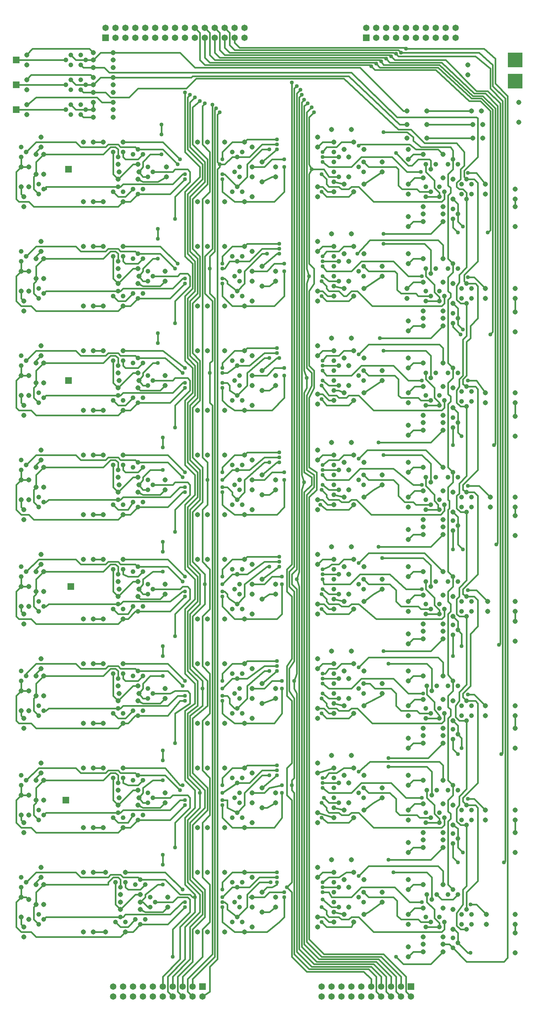
<source format=gbl>
G75*
G70*
%OFA0B0*%
%FSLAX24Y24*%
%IPPOS*%
%LPD*%
%AMOC8*
5,1,8,0,0,1.08239X$1,22.5*
%
%ADD10C,0.0515*%
%ADD11C,0.0476*%
%ADD12R,0.0650X0.0650*%
%ADD13C,0.0650*%
%ADD14R,0.0709X0.0709*%
%ADD15R,0.1500X0.1500*%
%ADD16C,0.0160*%
%ADD17C,0.0400*%
D10*
X001850Y010125D03*
X001850Y011125D03*
X002350Y011875D03*
X001600Y012125D03*
X002350Y013875D03*
X001600Y014125D03*
X003100Y013375D03*
X003850Y013375D03*
X003850Y015375D03*
X003600Y016125D03*
X003100Y015375D03*
X003600Y017125D03*
X001850Y020625D03*
X001850Y021625D03*
X001600Y022375D03*
X002350Y022375D03*
X003100Y023875D03*
X002350Y024375D03*
X001600Y024375D03*
X003100Y025875D03*
X003600Y026625D03*
X003850Y025875D03*
X003600Y027625D03*
X001850Y031125D03*
X001850Y032125D03*
X001600Y032875D03*
X002350Y032875D03*
X003100Y034375D03*
X002350Y034875D03*
X001600Y034875D03*
X003100Y036375D03*
X003600Y037125D03*
X003850Y036375D03*
X003600Y038125D03*
X001850Y041625D03*
X001850Y042625D03*
X001600Y043375D03*
X002350Y043375D03*
X003100Y044875D03*
X002350Y045375D03*
X001600Y045375D03*
X003100Y046875D03*
X003600Y047625D03*
X003850Y046875D03*
X003600Y048625D03*
X003850Y044875D03*
X007850Y042125D03*
X008850Y042125D03*
X009850Y042125D03*
X011350Y044375D03*
X011475Y045125D03*
X011350Y045875D03*
X011850Y048125D03*
X013350Y045875D03*
X013475Y045125D03*
X013350Y044375D03*
X011850Y042125D03*
X011850Y037625D03*
X011350Y035375D03*
X011475Y034625D03*
X011350Y033875D03*
X011850Y031625D03*
X013350Y033875D03*
X013475Y034625D03*
X013350Y035375D03*
X016100Y035125D03*
X016100Y034125D03*
X019350Y031625D03*
X020350Y031625D03*
X022100Y031625D03*
X024100Y031625D03*
X024850Y032125D03*
X025850Y033625D03*
X024850Y034125D03*
X024850Y035125D03*
X025850Y035625D03*
X024850Y037125D03*
X024100Y037625D03*
X022100Y037625D03*
X020350Y037625D03*
X019350Y037625D03*
X019350Y042125D03*
X020350Y042125D03*
X022100Y042125D03*
X024100Y042125D03*
X024850Y042625D03*
X025850Y044125D03*
X024850Y044625D03*
X024850Y045625D03*
X025850Y046125D03*
X024850Y047625D03*
X024100Y048125D03*
X022100Y048125D03*
X020350Y048125D03*
X019350Y048125D03*
X019350Y052625D03*
X020350Y052625D03*
X022100Y052625D03*
X024100Y052625D03*
X024850Y053125D03*
X025850Y054625D03*
X024850Y055125D03*
X024850Y056125D03*
X024850Y058125D03*
X024100Y058625D03*
X025850Y056625D03*
X027225Y056125D03*
X027225Y055125D03*
X024100Y063125D03*
X024850Y063625D03*
X025850Y065125D03*
X024850Y065625D03*
X024850Y066625D03*
X024850Y068625D03*
X024100Y069125D03*
X025850Y067125D03*
X027225Y066625D03*
X027225Y065625D03*
X024100Y073625D03*
X024850Y074125D03*
X024850Y076125D03*
X024850Y077125D03*
X025850Y077625D03*
X024850Y079125D03*
X024100Y079625D03*
X022100Y079625D03*
X020350Y079625D03*
X019350Y079625D03*
X019350Y084125D03*
X020350Y084125D03*
X022100Y084125D03*
X024100Y084125D03*
X024850Y084625D03*
X024850Y086625D03*
X024850Y087625D03*
X025850Y088125D03*
X024850Y089625D03*
X024100Y090125D03*
X022100Y090125D03*
X020350Y090125D03*
X019350Y090125D03*
X016225Y087625D03*
X016225Y086625D03*
X013475Y087125D03*
X013350Y086375D03*
X013350Y087875D03*
X011850Y090125D03*
X011350Y087875D03*
X011475Y087125D03*
X011350Y086375D03*
X011850Y084125D03*
X009850Y084125D03*
X008850Y084125D03*
X007850Y084125D03*
X007850Y079625D03*
X008850Y079625D03*
X009850Y079625D03*
X011350Y077375D03*
X011475Y076625D03*
X011350Y075875D03*
X011850Y073625D03*
X013350Y075875D03*
X013475Y076625D03*
X013350Y077375D03*
X011850Y079625D03*
X009850Y073625D03*
X008850Y073625D03*
X007850Y073625D03*
X007850Y069125D03*
X008850Y069125D03*
X009850Y069125D03*
X011350Y066875D03*
X011475Y066125D03*
X011350Y065375D03*
X011850Y063125D03*
X013350Y065375D03*
X013475Y066125D03*
X013350Y066875D03*
X011850Y069125D03*
X009850Y063125D03*
X008850Y063125D03*
X007850Y063125D03*
X007850Y058625D03*
X008850Y058625D03*
X009850Y058625D03*
X011350Y056375D03*
X011475Y055625D03*
X011350Y054875D03*
X011850Y052625D03*
X013350Y054875D03*
X013475Y055625D03*
X013350Y056375D03*
X011850Y058625D03*
X009850Y052625D03*
X008850Y052625D03*
X007850Y052625D03*
X007850Y048125D03*
X008850Y048125D03*
X009850Y048125D03*
X009850Y037625D03*
X008850Y037625D03*
X007850Y037625D03*
X007850Y031625D03*
X008850Y031625D03*
X009850Y031625D03*
X009850Y027125D03*
X008850Y027125D03*
X007850Y027125D03*
X007850Y021125D03*
X008850Y021125D03*
X009850Y021125D03*
X011350Y023375D03*
X011475Y024125D03*
X011350Y024875D03*
X011850Y027125D03*
X013350Y024875D03*
X013475Y024125D03*
X013350Y023375D03*
X011850Y021125D03*
X012100Y016625D03*
X011600Y014375D03*
X011600Y013625D03*
X011600Y012875D03*
X012100Y010625D03*
X013600Y012875D03*
X013600Y013625D03*
X013600Y014375D03*
X016350Y014125D03*
X016350Y013125D03*
X019350Y010625D03*
X020350Y010625D03*
X022100Y010625D03*
X024100Y010625D03*
X024850Y011125D03*
X025850Y012625D03*
X024850Y013125D03*
X024850Y014125D03*
X025850Y014625D03*
X024850Y016125D03*
X024100Y016625D03*
X022100Y016625D03*
X020350Y016625D03*
X019350Y016625D03*
X019350Y021125D03*
X020350Y021125D03*
X022100Y021125D03*
X024100Y021125D03*
X024850Y021625D03*
X025850Y023125D03*
X024850Y023625D03*
X024850Y024625D03*
X025850Y025125D03*
X024850Y026625D03*
X024100Y027125D03*
X022100Y027125D03*
X020350Y027125D03*
X019350Y027125D03*
X016100Y024625D03*
X016100Y023625D03*
X010100Y016625D03*
X008850Y016625D03*
X007850Y016625D03*
X007850Y010625D03*
X008850Y010625D03*
X010100Y010625D03*
X003850Y023875D03*
X003850Y034375D03*
X001850Y052125D03*
X001850Y053125D03*
X001600Y054125D03*
X002350Y054125D03*
X003100Y055375D03*
X002350Y056125D03*
X001600Y056125D03*
X003100Y057375D03*
X003600Y058125D03*
X003850Y057375D03*
X003600Y059125D03*
X003850Y055375D03*
X001850Y062625D03*
X001850Y063625D03*
X001600Y064625D03*
X002350Y064625D03*
X003100Y065875D03*
X002350Y066625D03*
X001600Y066625D03*
X003100Y067875D03*
X003600Y068625D03*
X003850Y067875D03*
X003600Y069625D03*
X003850Y065875D03*
X001850Y073125D03*
X001850Y074125D03*
X001600Y075125D03*
X002350Y075125D03*
X003100Y076375D03*
X002350Y077125D03*
X001600Y077125D03*
X003100Y078375D03*
X003600Y079125D03*
X003850Y078375D03*
X003600Y080125D03*
X003850Y076375D03*
X001850Y083625D03*
X001850Y084625D03*
X001600Y085625D03*
X002350Y085625D03*
X003100Y086875D03*
X002350Y087625D03*
X001600Y087625D03*
X003100Y088875D03*
X003600Y089625D03*
X003850Y088875D03*
X003600Y090625D03*
X002150Y092875D03*
X002150Y093875D03*
X002150Y095375D03*
X002150Y096375D03*
X002150Y097875D03*
X002150Y098875D03*
X007850Y090125D03*
X008850Y090125D03*
X009850Y090125D03*
X008850Y092625D03*
X008850Y093375D03*
X008850Y094125D03*
X008850Y095125D03*
X008850Y095875D03*
X008850Y096625D03*
X008850Y097625D03*
X008850Y098375D03*
X008850Y099125D03*
X010850Y099125D03*
X010850Y098375D03*
X010850Y097625D03*
X010850Y096625D03*
X010850Y095875D03*
X010850Y095125D03*
X010850Y094125D03*
X010850Y093375D03*
X010850Y092625D03*
X003850Y086875D03*
X016100Y077125D03*
X016100Y076125D03*
X019350Y073625D03*
X020350Y073625D03*
X022100Y073625D03*
X022100Y069125D03*
X020350Y069125D03*
X019350Y069125D03*
X016100Y066625D03*
X016100Y065625D03*
X019350Y063125D03*
X020350Y063125D03*
X022100Y063125D03*
X022100Y058625D03*
X020350Y058625D03*
X019350Y058625D03*
X016100Y056125D03*
X016100Y055125D03*
X016100Y045625D03*
X016100Y044625D03*
X027225Y044625D03*
X027225Y045625D03*
X031475Y043625D03*
X031475Y042625D03*
X033100Y043125D03*
X034130Y043875D03*
X034600Y044625D03*
X035100Y043125D03*
X036130Y043875D03*
X034600Y046625D03*
X034130Y047375D03*
X035100Y048125D03*
X034850Y049375D03*
X036130Y047375D03*
X037975Y046125D03*
X037975Y045125D03*
X040600Y043875D03*
X040600Y042875D03*
X040600Y040625D03*
X040600Y039625D03*
X042100Y040125D03*
X042100Y040875D03*
X042100Y041625D03*
X044100Y041625D03*
X044100Y040875D03*
X044100Y040125D03*
X045100Y042375D03*
X045100Y044375D03*
X044100Y044500D03*
X044100Y046875D03*
X042100Y046875D03*
X042100Y044500D03*
X040600Y046375D03*
X040600Y047375D03*
X040600Y050125D03*
X040600Y051125D03*
X040600Y053375D03*
X040600Y054375D03*
X040600Y056875D03*
X040600Y057875D03*
X042100Y057375D03*
X042100Y055000D03*
X044100Y055000D03*
X045100Y054875D03*
X045100Y052875D03*
X044100Y052125D03*
X044100Y051375D03*
X044100Y050625D03*
X042100Y050625D03*
X042100Y051375D03*
X042100Y052125D03*
X044100Y057375D03*
X044100Y061125D03*
X044100Y061875D03*
X044100Y062625D03*
X045100Y063375D03*
X045100Y065375D03*
X044100Y065500D03*
X042100Y065500D03*
X042100Y062625D03*
X042100Y061875D03*
X042100Y061125D03*
X040600Y060625D03*
X040600Y061625D03*
X040600Y063875D03*
X040600Y064875D03*
X040600Y067375D03*
X040600Y068375D03*
X042100Y067875D03*
X044100Y067875D03*
X044100Y071625D03*
X044100Y072375D03*
X044100Y073125D03*
X045100Y073875D03*
X045100Y075875D03*
X044100Y076000D03*
X042100Y076000D03*
X042100Y073125D03*
X042100Y072375D03*
X042100Y071625D03*
X040600Y071125D03*
X040600Y072125D03*
X040475Y074375D03*
X040475Y075375D03*
X040600Y077875D03*
X040600Y078875D03*
X042100Y078375D03*
X044100Y078375D03*
X044100Y082125D03*
X044100Y082875D03*
X044100Y083625D03*
X045100Y084375D03*
X045100Y086375D03*
X044100Y086500D03*
X042100Y086500D03*
X042100Y083625D03*
X042100Y082875D03*
X042100Y082125D03*
X040600Y081625D03*
X040600Y082625D03*
X040600Y084875D03*
X040600Y085875D03*
X040600Y088375D03*
X040600Y089375D03*
X040475Y090500D03*
X040475Y091875D03*
X040475Y093250D03*
X042475Y093250D03*
X042475Y091875D03*
X042475Y090500D03*
X042100Y088875D03*
X044100Y088875D03*
X047100Y090500D03*
X047100Y091875D03*
X048100Y091875D03*
X048100Y090500D03*
X047975Y093250D03*
X046975Y093250D03*
X046600Y096875D03*
X046600Y097875D03*
X051725Y094125D03*
X051725Y092125D03*
X051350Y085375D03*
X051350Y084375D03*
X051350Y083625D03*
X051350Y081625D03*
X048350Y084875D03*
X048350Y085875D03*
X048350Y075375D03*
X048350Y074375D03*
X051350Y074375D03*
X051350Y075375D03*
X051350Y073000D03*
X051350Y071000D03*
X051350Y064875D03*
X051350Y063875D03*
X051350Y062500D03*
X051350Y060500D03*
X048350Y063875D03*
X048350Y064875D03*
X048850Y054375D03*
X048850Y053375D03*
X051350Y053375D03*
X051350Y052500D03*
X051350Y054375D03*
X051350Y050500D03*
X051350Y043875D03*
X051350Y042875D03*
X051350Y041875D03*
X051350Y039875D03*
X048600Y042875D03*
X048600Y043875D03*
X044100Y036375D03*
X044100Y034000D03*
X045100Y033875D03*
X045100Y031875D03*
X044100Y031125D03*
X044100Y030375D03*
X044100Y029625D03*
X042100Y029625D03*
X042100Y030375D03*
X042100Y031125D03*
X040600Y030125D03*
X040600Y029125D03*
X040600Y026375D03*
X040600Y025375D03*
X040600Y022875D03*
X040600Y021875D03*
X040600Y019625D03*
X040600Y018625D03*
X040600Y015875D03*
X040600Y014875D03*
X042100Y015375D03*
X042100Y013000D03*
X040600Y012375D03*
X040600Y011375D03*
X040600Y009125D03*
X040600Y008125D03*
X042100Y008625D03*
X042100Y009375D03*
X042100Y010125D03*
X044100Y010125D03*
X044100Y009375D03*
X044100Y008625D03*
X045100Y010875D03*
X045100Y012875D03*
X044100Y013000D03*
X044100Y015375D03*
X044100Y019125D03*
X044100Y019875D03*
X044100Y020625D03*
X045100Y021375D03*
X045100Y023375D03*
X044100Y023500D03*
X044100Y025875D03*
X042100Y025875D03*
X042100Y023500D03*
X042100Y020625D03*
X042100Y019875D03*
X042100Y019125D03*
X037975Y014625D03*
X037975Y013625D03*
X036130Y012375D03*
X035100Y011625D03*
X034130Y012375D03*
X034600Y013125D03*
X034600Y015125D03*
X034130Y015875D03*
X035100Y016625D03*
X034850Y017875D03*
X036130Y015875D03*
X033100Y016625D03*
X032850Y017875D03*
X031475Y017125D03*
X031475Y016125D03*
X031475Y012125D03*
X031475Y011125D03*
X033100Y011625D03*
X031475Y021625D03*
X031475Y022625D03*
X033100Y022125D03*
X034130Y022875D03*
X034600Y023625D03*
X035100Y022125D03*
X036130Y022875D03*
X034600Y025625D03*
X034130Y026375D03*
X035100Y027125D03*
X034850Y028375D03*
X036130Y026375D03*
X037975Y025125D03*
X037975Y024125D03*
X040600Y032375D03*
X040600Y033375D03*
X040600Y035875D03*
X040600Y036875D03*
X042100Y036375D03*
X042100Y034000D03*
X037975Y034625D03*
X037975Y035625D03*
X036130Y036875D03*
X035100Y037625D03*
X034130Y036875D03*
X034600Y036125D03*
X034600Y034125D03*
X034130Y033375D03*
X035100Y032625D03*
X036130Y033375D03*
X033100Y032625D03*
X031475Y032125D03*
X031475Y033125D03*
X031475Y037125D03*
X031475Y038125D03*
X032850Y038875D03*
X033100Y037625D03*
X034850Y038875D03*
X031475Y047625D03*
X031475Y048625D03*
X032850Y049375D03*
X033100Y048125D03*
X031475Y053125D03*
X031475Y054125D03*
X033100Y053625D03*
X034130Y054375D03*
X034600Y055125D03*
X035100Y053625D03*
X036130Y054375D03*
X034600Y057125D03*
X034130Y057875D03*
X035100Y058625D03*
X034850Y059875D03*
X036130Y057875D03*
X037975Y056625D03*
X037975Y055625D03*
X035100Y064125D03*
X034130Y064875D03*
X034600Y065625D03*
X034600Y067625D03*
X034130Y068375D03*
X035100Y069125D03*
X034850Y070375D03*
X036130Y068375D03*
X036130Y064875D03*
X037975Y066125D03*
X037975Y067125D03*
X035100Y074625D03*
X034130Y075375D03*
X034600Y076125D03*
X036130Y075375D03*
X034600Y078125D03*
X034130Y078875D03*
X035100Y079625D03*
X034850Y080875D03*
X036130Y078875D03*
X037975Y077625D03*
X037975Y076625D03*
X035100Y085125D03*
X034130Y085875D03*
X034600Y086625D03*
X036130Y085875D03*
X034600Y088625D03*
X034130Y089375D03*
X035100Y090125D03*
X034850Y091375D03*
X036130Y089375D03*
X037975Y088125D03*
X037975Y087125D03*
X033100Y085125D03*
X031475Y085625D03*
X031475Y084625D03*
X032850Y080875D03*
X033100Y079625D03*
X031475Y079125D03*
X031475Y080125D03*
X031475Y075125D03*
X031475Y074125D03*
X033100Y074625D03*
X032850Y070375D03*
X033100Y069125D03*
X031475Y068625D03*
X031475Y069625D03*
X031475Y064750D03*
X031475Y063750D03*
X033100Y064125D03*
X032850Y059875D03*
X033100Y058625D03*
X031475Y058125D03*
X031475Y059125D03*
X025850Y075625D03*
X027225Y076125D03*
X027225Y077125D03*
X025850Y086125D03*
X027225Y086625D03*
X027225Y087625D03*
X031475Y089625D03*
X031475Y090625D03*
X032850Y091375D03*
X033100Y090125D03*
X027225Y035125D03*
X027225Y034125D03*
X031475Y027625D03*
X031475Y026625D03*
X032850Y028375D03*
X033100Y027125D03*
X027225Y024625D03*
X027225Y023625D03*
X027225Y014125D03*
X027225Y013125D03*
X048350Y021875D03*
X048350Y022875D03*
X051350Y022875D03*
X051350Y021875D03*
X051350Y020625D03*
X051350Y018625D03*
X051350Y012375D03*
X051350Y011375D03*
X051350Y010500D03*
X051350Y008500D03*
X048475Y011375D03*
X048475Y012375D03*
X051350Y029125D03*
X051350Y031125D03*
X051350Y032375D03*
X051350Y033375D03*
X048350Y033375D03*
X048350Y032375D03*
D11*
X046975Y032375D03*
X046475Y031875D03*
X045975Y032375D03*
X045975Y033375D03*
X046475Y033875D03*
X046975Y033375D03*
X045600Y035375D03*
X045100Y035875D03*
X044600Y035375D03*
X043475Y035375D03*
X042975Y034875D03*
X042475Y035375D03*
X042350Y033125D03*
X042850Y032625D03*
X042350Y032125D03*
X043725Y032125D03*
X044225Y032625D03*
X043725Y033125D03*
X045100Y031000D03*
X045600Y030500D03*
X045100Y030000D03*
X045100Y025375D03*
X044600Y024875D03*
X045600Y024875D03*
X046475Y023375D03*
X045975Y022875D03*
X045975Y021875D03*
X046475Y021375D03*
X046975Y021875D03*
X046975Y022875D03*
X045600Y020000D03*
X045100Y020500D03*
X045100Y019500D03*
X043725Y021625D03*
X044225Y022125D03*
X043725Y022625D03*
X042850Y022125D03*
X042350Y022625D03*
X042350Y021625D03*
X042975Y024375D03*
X042475Y024875D03*
X043475Y024875D03*
X045100Y014875D03*
X044600Y014375D03*
X045600Y014375D03*
X046475Y012875D03*
X045975Y012375D03*
X045975Y011375D03*
X046475Y010875D03*
X046975Y011375D03*
X046975Y012375D03*
X045600Y009500D03*
X045100Y010000D03*
X045100Y009000D03*
X043725Y011125D03*
X044225Y011625D03*
X043725Y012125D03*
X042850Y011625D03*
X042350Y012125D03*
X042350Y011125D03*
X042975Y013875D03*
X042475Y014375D03*
X043475Y014375D03*
X036100Y014625D03*
X035600Y014125D03*
X036100Y013625D03*
X033600Y013125D03*
X033100Y012625D03*
X033100Y013625D03*
X033100Y014625D03*
X033600Y015125D03*
X033100Y015625D03*
X033100Y023125D03*
X033600Y023625D03*
X033100Y024125D03*
X033100Y025125D03*
X033600Y025625D03*
X033100Y026125D03*
X035600Y024625D03*
X036100Y024125D03*
X036100Y025125D03*
X033100Y033625D03*
X033600Y034125D03*
X033100Y034625D03*
X033100Y035625D03*
X033600Y036125D03*
X033100Y036625D03*
X035600Y035125D03*
X036100Y034625D03*
X036100Y035625D03*
X033100Y044125D03*
X033600Y044625D03*
X033100Y045125D03*
X033100Y046125D03*
X033600Y046625D03*
X033100Y047125D03*
X035600Y045625D03*
X036100Y045125D03*
X036100Y046125D03*
X033100Y054625D03*
X033600Y055125D03*
X033100Y055625D03*
X033100Y056625D03*
X033600Y057125D03*
X033100Y057625D03*
X035600Y056125D03*
X036100Y055625D03*
X036100Y056625D03*
X033100Y065125D03*
X033600Y065625D03*
X033100Y066125D03*
X033100Y067125D03*
X033600Y067625D03*
X033100Y068125D03*
X035600Y066625D03*
X036100Y066125D03*
X036100Y067125D03*
X033100Y075625D03*
X033600Y076125D03*
X033100Y076625D03*
X033100Y077625D03*
X033600Y078125D03*
X033100Y078625D03*
X035600Y077125D03*
X036100Y077625D03*
X036100Y076625D03*
X033100Y086125D03*
X033600Y086625D03*
X033100Y087125D03*
X033100Y088125D03*
X033600Y088625D03*
X033100Y089125D03*
X035600Y087625D03*
X036100Y088125D03*
X036100Y087125D03*
X042350Y087875D03*
X042850Y087375D03*
X043350Y087875D03*
X044600Y087875D03*
X045100Y088375D03*
X045600Y087875D03*
X046475Y086375D03*
X045975Y085875D03*
X045975Y084875D03*
X046475Y084375D03*
X046975Y084875D03*
X046975Y085875D03*
X045600Y082875D03*
X045100Y082375D03*
X045100Y083375D03*
X043725Y084625D03*
X044225Y085125D03*
X043725Y085625D03*
X042850Y085125D03*
X042350Y085625D03*
X042350Y084625D03*
X042350Y077375D03*
X042850Y076875D03*
X043350Y077375D03*
X044600Y077375D03*
X045100Y077875D03*
X045600Y077375D03*
X046475Y075875D03*
X045975Y075375D03*
X045975Y074375D03*
X046475Y073875D03*
X046975Y074375D03*
X046975Y075375D03*
X045600Y072375D03*
X045100Y071875D03*
X045100Y072875D03*
X043725Y074125D03*
X044225Y074625D03*
X043725Y075125D03*
X042850Y074625D03*
X042350Y075125D03*
X042350Y074125D03*
X042350Y066875D03*
X042850Y066375D03*
X043350Y066875D03*
X044600Y066875D03*
X045100Y067375D03*
X045600Y066875D03*
X046475Y065500D03*
X045975Y065000D03*
X045975Y064000D03*
X046475Y063500D03*
X046975Y064000D03*
X046975Y065000D03*
X045600Y061875D03*
X045100Y062375D03*
X045100Y061375D03*
X043725Y063625D03*
X044225Y064125D03*
X043725Y064625D03*
X042850Y064125D03*
X042350Y064625D03*
X042350Y063625D03*
X042350Y056375D03*
X042850Y055875D03*
X043350Y056375D03*
X044600Y056375D03*
X045100Y056875D03*
X045600Y056375D03*
X046475Y054875D03*
X045975Y054375D03*
X045975Y053375D03*
X046475Y052875D03*
X046975Y053375D03*
X046975Y054375D03*
X045600Y051500D03*
X045100Y052000D03*
X045100Y051000D03*
X043725Y053125D03*
X044225Y053625D03*
X043725Y054125D03*
X042850Y053625D03*
X042350Y054125D03*
X042350Y053125D03*
X042350Y045875D03*
X042850Y045375D03*
X043350Y045875D03*
X044600Y045875D03*
X045100Y046375D03*
X045600Y045875D03*
X046475Y044375D03*
X045975Y043875D03*
X045975Y042875D03*
X046475Y042375D03*
X046975Y042875D03*
X046975Y043875D03*
X045600Y041000D03*
X045100Y041500D03*
X045100Y040500D03*
X043725Y042625D03*
X044225Y043125D03*
X043725Y043625D03*
X042850Y043125D03*
X042350Y043625D03*
X042350Y042625D03*
X023850Y043125D03*
X023350Y043625D03*
X022850Y043125D03*
X023600Y044625D03*
X023100Y045125D03*
X023600Y045625D03*
X023350Y046625D03*
X022850Y047125D03*
X023850Y047125D03*
X023850Y053625D03*
X023350Y054125D03*
X022850Y053625D03*
X023600Y055125D03*
X023100Y055625D03*
X023600Y056125D03*
X023350Y057125D03*
X022850Y057625D03*
X023850Y057625D03*
X023850Y064125D03*
X023350Y064625D03*
X022850Y064125D03*
X023600Y065625D03*
X023100Y066125D03*
X023600Y066625D03*
X023350Y067625D03*
X022850Y068125D03*
X023850Y068125D03*
X023850Y074625D03*
X023350Y075125D03*
X022850Y074625D03*
X023600Y076125D03*
X023100Y076625D03*
X023600Y077125D03*
X023350Y078125D03*
X022850Y078625D03*
X023850Y078625D03*
X023850Y085125D03*
X023350Y085625D03*
X022850Y085125D03*
X023600Y086625D03*
X023100Y087125D03*
X023600Y087625D03*
X023350Y088625D03*
X022850Y089125D03*
X023850Y089125D03*
X014850Y087125D03*
X014350Y086625D03*
X014350Y087625D03*
X013850Y088875D03*
X013350Y089375D03*
X012850Y088875D03*
X011850Y089125D03*
X011350Y088625D03*
X010850Y089125D03*
X011350Y085625D03*
X010850Y085125D03*
X011850Y085125D03*
X012850Y085375D03*
X013350Y084875D03*
X013850Y085375D03*
X013350Y078875D03*
X012850Y078375D03*
X013850Y078375D03*
X014350Y077125D03*
X014850Y076625D03*
X014350Y076125D03*
X013850Y074875D03*
X013350Y074375D03*
X012850Y074875D03*
X011850Y074625D03*
X011350Y075125D03*
X010850Y074625D03*
X011350Y078125D03*
X010850Y078625D03*
X011850Y078625D03*
X013350Y068375D03*
X012850Y067875D03*
X013850Y067875D03*
X014350Y066625D03*
X014850Y066125D03*
X014350Y065625D03*
X013850Y064375D03*
X013350Y063875D03*
X012850Y064375D03*
X011850Y064125D03*
X011350Y064625D03*
X010850Y064125D03*
X011350Y067625D03*
X010850Y068125D03*
X011850Y068125D03*
X013350Y057875D03*
X012850Y057375D03*
X013850Y057375D03*
X014350Y056125D03*
X014850Y055625D03*
X014350Y055125D03*
X013850Y053875D03*
X013350Y053375D03*
X012850Y053875D03*
X011850Y053625D03*
X011350Y054125D03*
X010850Y053625D03*
X011350Y057125D03*
X010850Y057625D03*
X011850Y057625D03*
X013350Y047375D03*
X012850Y046875D03*
X013850Y046875D03*
X014350Y045625D03*
X014850Y045125D03*
X014350Y044625D03*
X013850Y043375D03*
X013350Y042875D03*
X012850Y043375D03*
X011850Y043125D03*
X011350Y043625D03*
X010850Y043125D03*
X011350Y046625D03*
X010850Y047125D03*
X011850Y047125D03*
X013350Y036875D03*
X012850Y036375D03*
X013850Y036375D03*
X014350Y035125D03*
X014850Y034625D03*
X014350Y034125D03*
X013850Y032875D03*
X013350Y032375D03*
X012850Y032875D03*
X011850Y032625D03*
X011350Y033125D03*
X010850Y032625D03*
X011350Y036125D03*
X010850Y036625D03*
X011850Y036625D03*
X013350Y026375D03*
X012850Y025875D03*
X013850Y025875D03*
X014350Y024625D03*
X014850Y024125D03*
X014350Y023625D03*
X013850Y022375D03*
X013350Y021875D03*
X012850Y022375D03*
X011850Y022125D03*
X011350Y022625D03*
X010850Y022125D03*
X011350Y025625D03*
X010850Y026125D03*
X011850Y026125D03*
X013600Y015875D03*
X013100Y015375D03*
X014100Y015375D03*
X014600Y014125D03*
X015100Y013625D03*
X014600Y013125D03*
X014100Y011875D03*
X013600Y011375D03*
X013100Y011875D03*
X012100Y011625D03*
X011600Y012125D03*
X011100Y011625D03*
X011600Y015125D03*
X011100Y015625D03*
X012100Y015625D03*
X003850Y011875D03*
X003350Y011375D03*
X003350Y012375D03*
X001600Y015125D03*
X002100Y015625D03*
X001600Y016125D03*
X003350Y021875D03*
X003850Y022375D03*
X003350Y022875D03*
X001600Y025375D03*
X002100Y025875D03*
X001600Y026375D03*
X003350Y032375D03*
X003850Y032875D03*
X003350Y033375D03*
X001600Y035875D03*
X002100Y036375D03*
X001600Y036875D03*
X003350Y042875D03*
X003850Y043375D03*
X003350Y043875D03*
X001600Y046375D03*
X002100Y046875D03*
X001600Y047375D03*
X003350Y053375D03*
X003850Y053875D03*
X003350Y054375D03*
X001600Y057125D03*
X002100Y057625D03*
X001600Y058125D03*
X003350Y063875D03*
X003850Y064375D03*
X003350Y064875D03*
X001600Y067625D03*
X002100Y068125D03*
X001600Y068625D03*
X003350Y074375D03*
X003850Y074875D03*
X003350Y075375D03*
X001600Y078125D03*
X002100Y078625D03*
X001600Y079125D03*
X003350Y084875D03*
X003850Y085375D03*
X003350Y085875D03*
X001600Y088625D03*
X002100Y089125D03*
X001600Y089625D03*
X006100Y093375D03*
X006600Y092875D03*
X006600Y093875D03*
X007600Y093875D03*
X008100Y093375D03*
X007600Y092875D03*
X007600Y095375D03*
X008100Y095875D03*
X007600Y096375D03*
X007600Y097875D03*
X008100Y098375D03*
X007600Y098875D03*
X006600Y098875D03*
X006100Y098375D03*
X006600Y097875D03*
X006600Y096375D03*
X006100Y095875D03*
X006600Y095375D03*
X022850Y036625D03*
X023350Y036125D03*
X023850Y036625D03*
X023600Y035125D03*
X023100Y034625D03*
X023600Y034125D03*
X023350Y033125D03*
X022850Y032625D03*
X023850Y032625D03*
X023850Y026125D03*
X023350Y025625D03*
X022850Y026125D03*
X023600Y024625D03*
X023100Y024125D03*
X023600Y023625D03*
X023350Y022625D03*
X022850Y022125D03*
X023850Y022125D03*
X023850Y015625D03*
X023350Y015125D03*
X022850Y015625D03*
X023600Y014125D03*
X023100Y013625D03*
X023600Y013125D03*
X023350Y012125D03*
X022850Y011625D03*
X023850Y011625D03*
D12*
X019850Y005125D03*
X040850Y005125D03*
X036350Y100625D03*
X010100Y100625D03*
D13*
X010100Y101625D03*
X011100Y101625D03*
X011100Y100625D03*
X012100Y100625D03*
X012100Y101625D03*
X013100Y101625D03*
X013100Y100625D03*
X014100Y100625D03*
X014100Y101625D03*
X015100Y101625D03*
X015100Y100625D03*
X016100Y100625D03*
X016100Y101625D03*
X017100Y101625D03*
X017100Y100625D03*
X018100Y100625D03*
X018100Y101625D03*
X019100Y101625D03*
X019100Y100625D03*
X020100Y100625D03*
X020100Y101625D03*
X021100Y101625D03*
X021100Y100625D03*
X022100Y100625D03*
X022100Y101625D03*
X023100Y101625D03*
X023100Y100625D03*
X024100Y100625D03*
X024100Y101625D03*
X036350Y101625D03*
X037350Y101625D03*
X037350Y100625D03*
X038350Y100625D03*
X038350Y101625D03*
X039350Y101625D03*
X039350Y100625D03*
X040350Y100625D03*
X040350Y101625D03*
X041350Y101625D03*
X041350Y100625D03*
X042350Y100625D03*
X042350Y101625D03*
X043350Y101625D03*
X043350Y100625D03*
X044350Y100625D03*
X044350Y101625D03*
X045350Y101625D03*
X045350Y100625D03*
X039850Y005125D03*
X039850Y004125D03*
X038850Y004125D03*
X038850Y005125D03*
X037850Y005125D03*
X037850Y004125D03*
X036850Y004125D03*
X036850Y005125D03*
X035850Y005125D03*
X035850Y004125D03*
X034850Y004125D03*
X034850Y005125D03*
X033850Y005125D03*
X033850Y004125D03*
X032850Y004125D03*
X032850Y005125D03*
X031850Y005125D03*
X031850Y004125D03*
X040850Y004125D03*
X019850Y004125D03*
X018850Y004125D03*
X018850Y005125D03*
X017850Y005125D03*
X017850Y004125D03*
X016850Y004125D03*
X016850Y005125D03*
X015850Y005125D03*
X015850Y004125D03*
X014850Y004125D03*
X014850Y005125D03*
X013850Y005125D03*
X013850Y004125D03*
X012850Y004125D03*
X012850Y005125D03*
X011850Y005125D03*
X011850Y004125D03*
X010850Y004125D03*
X010850Y005125D03*
D14*
X006100Y023875D03*
X006600Y045375D03*
X006350Y066125D03*
X006350Y087375D03*
X001100Y093375D03*
X001100Y095875D03*
X001100Y098375D03*
D15*
X051350Y098375D03*
X051350Y096250D03*
D16*
X050600Y094750D02*
X049350Y096000D01*
X049350Y098500D01*
X048225Y099500D01*
X040350Y099500D01*
X040225Y099625D01*
X023600Y099625D01*
X023100Y100125D01*
X023100Y100625D01*
X022600Y101125D02*
X022600Y099875D01*
X023100Y099375D01*
X039600Y099375D01*
X039850Y099125D01*
X047725Y099125D01*
X049100Y097875D01*
X049100Y095750D01*
X050350Y094500D01*
X050350Y017750D01*
X050225Y017625D01*
X051350Y020625D02*
X051350Y021875D01*
X048350Y022875D02*
X047225Y024000D01*
X046600Y024000D01*
X046100Y024125D02*
X047600Y025625D01*
X047600Y033625D01*
X047350Y033875D01*
X046475Y033875D01*
X046100Y034250D01*
X046100Y034625D01*
X046850Y035375D01*
X046850Y040625D01*
X047600Y041375D01*
X047600Y044000D01*
X047225Y044375D01*
X046475Y044375D01*
X046100Y044625D01*
X046100Y045125D01*
X047600Y046625D01*
X047600Y054500D01*
X047225Y054875D01*
X046475Y054875D01*
X046100Y055125D01*
X046100Y055625D01*
X047600Y057125D01*
X047600Y065250D01*
X047350Y065500D01*
X046475Y065500D01*
X046100Y065750D01*
X046100Y066250D01*
X046475Y066625D01*
X046475Y070000D01*
X046850Y070375D01*
X046850Y071625D01*
X047600Y072375D01*
X047600Y075625D01*
X047350Y075875D01*
X046475Y075875D01*
X046225Y076125D01*
X046225Y076750D01*
X047600Y078125D01*
X047600Y086000D01*
X047225Y086375D01*
X046475Y086375D01*
X046225Y086625D01*
X046225Y087250D01*
X047600Y088625D01*
X047600Y092500D01*
X047475Y092625D01*
X039475Y092625D01*
X034850Y097125D01*
X010475Y097125D01*
X009975Y097625D01*
X008850Y097625D01*
X007850Y097625D01*
X007600Y097875D01*
X007100Y098375D02*
X006600Y098875D01*
X006100Y098375D02*
X001100Y098375D01*
X002150Y098875D02*
X002150Y098925D01*
X002725Y099500D01*
X008475Y099500D01*
X008850Y099125D01*
X008850Y098375D02*
X008100Y098375D01*
X007100Y098375D01*
X006600Y096375D02*
X007100Y095875D01*
X008100Y095875D01*
X008850Y095875D01*
X009600Y096625D01*
X010850Y096625D01*
X018725Y096625D01*
X018850Y096750D01*
X034600Y096750D01*
X039725Y091875D01*
X040475Y091875D01*
X040850Y091375D02*
X039600Y091375D01*
X034100Y096500D01*
X019225Y096500D01*
X018225Y095500D01*
X013350Y095500D01*
X012475Y094625D01*
X010600Y094625D01*
X010100Y095125D01*
X008850Y095125D01*
X007850Y095125D01*
X007600Y095375D01*
X008850Y094125D02*
X008850Y093375D01*
X008100Y093375D01*
X007100Y093375D01*
X006600Y093875D01*
X006100Y093375D02*
X001100Y093375D01*
X002150Y093875D02*
X002225Y093875D01*
X003100Y094625D01*
X009225Y094625D01*
X009725Y094125D01*
X010850Y094125D01*
X008850Y092625D02*
X007850Y092625D01*
X007600Y092875D01*
X007100Y090125D02*
X007600Y089625D01*
X010100Y089625D01*
X010350Y089875D01*
X011350Y089875D01*
X011600Y089625D01*
X013100Y089625D01*
X013350Y089375D01*
X015850Y089375D01*
X017350Y087875D01*
X017100Y087375D02*
X016850Y087125D01*
X014850Y087125D01*
X014350Y086625D02*
X013850Y086625D01*
X013475Y087125D01*
X013850Y087625D01*
X013850Y088125D01*
X014600Y088875D01*
X015725Y088875D01*
X015850Y090125D02*
X011850Y090125D01*
X011350Y089375D02*
X011350Y088625D01*
X011850Y088625D02*
X011850Y089125D01*
X011850Y088625D02*
X012100Y088375D01*
X013350Y088375D01*
X013850Y088875D01*
X013350Y087875D02*
X012850Y087875D01*
X011350Y086375D01*
X010850Y086875D01*
X010850Y089125D01*
X011100Y089625D02*
X011350Y089375D01*
X011100Y089625D02*
X010600Y089625D01*
X009850Y088875D01*
X003850Y088875D01*
X003100Y088125D01*
X003100Y086875D01*
X002850Y086625D01*
X002850Y085375D01*
X003350Y084875D01*
X003850Y085375D02*
X004100Y085375D01*
X004100Y085625D01*
X011350Y085625D01*
X011600Y085625D01*
X011850Y085875D01*
X016850Y085875D01*
X017850Y086875D01*
X018100Y086875D01*
X018100Y086375D02*
X016600Y084875D01*
X013350Y084875D01*
X012600Y084125D01*
X011850Y084125D01*
X011350Y083625D01*
X002850Y083625D01*
X002350Y084125D01*
X001350Y084125D01*
X001100Y084375D01*
X001100Y087125D01*
X001600Y087625D01*
X002350Y087625D01*
X001600Y087625D02*
X001600Y088625D01*
X002100Y089125D02*
X003100Y090125D01*
X007100Y090125D01*
X008850Y090125D02*
X009850Y090125D01*
X010850Y085125D02*
X011350Y084625D01*
X012100Y084625D01*
X012850Y085375D01*
X013350Y086375D02*
X013850Y086125D01*
X015350Y086125D01*
X016225Y086625D01*
X017100Y087375D02*
X018350Y087375D01*
X018600Y087125D01*
X018600Y086125D01*
X017100Y084625D01*
X017100Y082375D01*
X018850Y084375D02*
X018850Y079375D01*
X019600Y078625D01*
X019600Y074625D01*
X018850Y073875D01*
X018850Y068875D01*
X019600Y068125D01*
X019600Y064125D01*
X018850Y063375D01*
X018850Y058375D01*
X019850Y057375D01*
X019850Y053875D01*
X018850Y052875D01*
X018850Y047875D01*
X020100Y046625D01*
X020100Y045625D01*
X020100Y043625D01*
X018850Y042375D01*
X018850Y037375D01*
X020350Y035875D01*
X020350Y033375D01*
X018850Y032125D01*
X018850Y026625D01*
X020350Y025125D01*
X020350Y022875D01*
X018850Y021375D01*
X018850Y016125D01*
X020100Y014875D01*
X020100Y012125D01*
X018850Y010875D01*
X018850Y007625D01*
X017350Y006125D01*
X017350Y004625D01*
X017850Y004125D01*
X018350Y004625D02*
X018350Y005875D01*
X020850Y008375D01*
X020850Y063625D01*
X020600Y063875D01*
X020600Y066875D01*
X020600Y067875D01*
X020850Y068125D01*
X020850Y074125D01*
X020100Y074875D01*
X020100Y078625D01*
X020850Y079375D01*
X020850Y093875D01*
X021225Y093500D02*
X021100Y093375D01*
X021100Y079125D01*
X020600Y078625D01*
X020600Y077375D01*
X020600Y074875D01*
X021100Y074375D01*
X021100Y008125D01*
X018850Y005875D01*
X018850Y005125D01*
X018350Y004625D02*
X018850Y004125D01*
X019850Y004125D02*
X020600Y004625D01*
X020600Y007125D01*
X021350Y007875D01*
X021350Y087375D01*
X021600Y087625D01*
X021600Y087875D01*
X022100Y087875D01*
X022850Y088625D01*
X023350Y088625D01*
X024600Y088625D01*
X025850Y089875D01*
X027350Y089875D01*
X027350Y089375D02*
X025850Y088125D01*
X026100Y087625D02*
X024850Y087625D01*
X024350Y087875D02*
X024350Y086625D01*
X023350Y085625D01*
X022100Y086875D01*
X021850Y086875D01*
X021850Y086375D02*
X021850Y085125D01*
X023100Y084125D01*
X024100Y084125D01*
X027100Y084125D01*
X028100Y085125D01*
X028100Y087625D01*
X028100Y088375D02*
X026850Y088375D01*
X026100Y087625D01*
X026850Y086625D02*
X025850Y086125D01*
X026850Y086625D02*
X027225Y086625D01*
X026600Y089375D02*
X025850Y089375D01*
X024350Y087875D01*
X024100Y090125D02*
X024350Y090375D01*
X027350Y090375D01*
X029600Y094625D02*
X029850Y094875D01*
X029600Y094625D02*
X029600Y046875D01*
X029350Y046125D01*
X029600Y045375D01*
X029600Y008875D01*
X031100Y007375D01*
X037100Y007375D01*
X038350Y006125D01*
X038350Y004625D01*
X038850Y004125D01*
X039350Y004625D02*
X039350Y006125D01*
X037600Y007875D01*
X031600Y007875D01*
X030100Y009375D01*
X030100Y054875D01*
X030850Y055625D01*
X030850Y056375D01*
X030100Y056875D01*
X030100Y064875D01*
X030350Y065375D01*
X030350Y066375D01*
X030100Y067125D01*
X030100Y093750D01*
X030475Y094000D01*
X030850Y093625D02*
X030350Y093125D01*
X030350Y077375D01*
X030600Y076625D01*
X030350Y075875D01*
X030350Y067375D01*
X030850Y066875D01*
X030850Y065625D01*
X030350Y064625D01*
X030350Y057125D01*
X031100Y056625D01*
X031100Y055375D01*
X030350Y054625D01*
X030350Y009625D01*
X031850Y008125D01*
X037850Y008125D01*
X039850Y006125D01*
X039850Y005125D01*
X039350Y004625D02*
X039850Y004125D01*
X040350Y004625D02*
X040350Y006125D01*
X038100Y008375D01*
X032100Y008375D01*
X030600Y009875D01*
X030600Y054375D01*
X031350Y055125D01*
X031350Y056875D01*
X030600Y057375D01*
X030600Y064375D01*
X031100Y065375D01*
X031100Y067125D01*
X030600Y067625D01*
X030600Y075125D01*
X031100Y075875D01*
X031100Y077375D01*
X030600Y077875D01*
X030600Y086875D01*
X030850Y087375D01*
X032100Y087375D01*
X032600Y086625D01*
X033600Y086625D01*
X033100Y086125D02*
X034130Y085875D01*
X033850Y085375D02*
X033600Y085625D01*
X032600Y085625D01*
X032350Y085875D01*
X032350Y086375D01*
X031850Y086875D01*
X032600Y087625D02*
X031975Y088125D01*
X031975Y088625D02*
X033600Y088625D01*
X033350Y089625D02*
X032350Y089625D01*
X031975Y089125D01*
X031475Y089625D02*
X031975Y090125D01*
X033100Y090125D01*
X033350Y089625D02*
X033850Y090125D01*
X035100Y090125D01*
X035600Y089750D02*
X035725Y089875D01*
X040725Y089875D01*
X041350Y089375D01*
X043600Y089375D01*
X044100Y088875D01*
X044850Y089625D02*
X041850Y089625D01*
X041100Y090250D01*
X041100Y090625D01*
X040475Y091125D01*
X038100Y091125D01*
X039350Y089000D02*
X040600Y087750D01*
X040975Y087750D01*
X041600Y088375D01*
X042725Y088375D01*
X042850Y088250D01*
X042850Y087375D01*
X042350Y087125D02*
X042350Y087875D01*
X042350Y087125D02*
X043225Y086250D01*
X043225Y085500D01*
X043725Y085000D01*
X043725Y084625D01*
X042350Y084625D01*
X042850Y085125D02*
X041725Y085125D01*
X041475Y085375D01*
X039975Y085375D01*
X039600Y085750D01*
X039600Y087375D01*
X039350Y087625D01*
X036600Y087625D01*
X036100Y088125D01*
X035850Y088625D02*
X038975Y088625D01*
X040475Y087125D01*
X041850Y087125D01*
X042100Y086500D02*
X041225Y086500D01*
X040600Y085875D01*
X040600Y088375D02*
X041100Y088875D01*
X042100Y088875D01*
X042225Y090000D02*
X040850Y091375D01*
X040475Y093250D02*
X040100Y093250D01*
X035725Y097625D01*
X019100Y097625D01*
X017600Y099125D01*
X010850Y099125D01*
X009600Y099125D01*
X008850Y098375D01*
X008600Y096875D02*
X008850Y096625D01*
X008600Y096875D02*
X002600Y096875D01*
X002150Y096425D01*
X002150Y096375D01*
X001100Y095875D02*
X006100Y095875D01*
X003600Y089625D02*
X003100Y089125D01*
X003100Y088875D01*
X001600Y085625D02*
X001600Y084875D01*
X001850Y084625D01*
X003100Y079625D02*
X007100Y079625D01*
X007600Y079125D01*
X010100Y079125D01*
X010350Y079375D01*
X011350Y079375D01*
X011600Y079125D01*
X013100Y079125D01*
X013350Y078875D01*
X015600Y078875D01*
X017100Y077375D01*
X017350Y077875D02*
X015600Y079625D01*
X011850Y079625D01*
X011350Y078875D02*
X011350Y078125D01*
X011850Y078125D02*
X011850Y078625D01*
X011850Y078125D02*
X012100Y077875D01*
X013350Y077875D01*
X013850Y078375D01*
X013850Y077375D02*
X013850Y077125D01*
X013475Y076625D01*
X013850Y076125D01*
X014350Y076125D01*
X013850Y075625D02*
X015600Y075625D01*
X016100Y076125D01*
X016850Y075375D02*
X017850Y076375D01*
X018100Y076375D01*
X018100Y075875D02*
X016600Y074375D01*
X013350Y074375D01*
X012600Y073625D01*
X011850Y073625D01*
X011350Y073125D01*
X003100Y073125D01*
X002600Y073625D01*
X001600Y073625D01*
X001100Y074125D01*
X001100Y076625D01*
X001600Y077125D01*
X002350Y077125D01*
X001600Y077125D02*
X001600Y078125D01*
X002100Y078625D02*
X003100Y079625D01*
X003600Y079125D02*
X003100Y078625D01*
X003100Y078375D01*
X003100Y077625D02*
X003100Y076375D01*
X003100Y076125D01*
X002850Y075875D01*
X002850Y074875D01*
X003350Y074375D01*
X003850Y074875D02*
X004100Y075125D01*
X011350Y075125D01*
X011600Y075125D01*
X011850Y075375D01*
X016850Y075375D01*
X017100Y074125D02*
X018600Y075625D01*
X018600Y076625D01*
X018350Y076875D01*
X017600Y076875D01*
X017350Y076625D01*
X014850Y076625D01*
X013850Y077375D02*
X014850Y078375D01*
X015350Y078375D01*
X015350Y080375D02*
X015350Y081375D01*
X013350Y077375D02*
X012850Y077375D01*
X011350Y075875D01*
X010850Y076375D01*
X010850Y078625D01*
X011100Y079125D02*
X011350Y078875D01*
X011100Y079125D02*
X010600Y079125D01*
X009850Y078375D01*
X003850Y078375D01*
X003100Y077625D01*
X001600Y075125D02*
X001600Y074375D01*
X001850Y074125D01*
X003100Y069125D02*
X007100Y069125D01*
X007600Y068625D01*
X010100Y068625D01*
X010350Y068875D01*
X011350Y068875D01*
X011600Y068625D01*
X013100Y068625D01*
X013350Y068375D01*
X016100Y068375D01*
X017850Y066875D01*
X018100Y067375D02*
X015850Y069125D01*
X011850Y069125D01*
X011350Y068375D02*
X011350Y067625D01*
X011850Y067625D02*
X011850Y068125D01*
X011850Y067625D02*
X012100Y067375D01*
X013350Y067375D01*
X013850Y067875D01*
X013850Y066875D02*
X013850Y066625D01*
X013475Y066125D01*
X013850Y065625D01*
X014350Y065625D01*
X014850Y066125D02*
X016850Y066125D01*
X017100Y066375D01*
X018350Y066375D01*
X018600Y066125D01*
X018600Y065125D01*
X017100Y063625D01*
X017100Y061375D01*
X016600Y063875D02*
X018100Y065375D01*
X018100Y065875D02*
X017850Y065875D01*
X016850Y064875D01*
X011850Y064875D01*
X011600Y064625D01*
X011350Y064625D01*
X004100Y064625D01*
X003850Y064375D01*
X003350Y063875D02*
X002850Y064375D01*
X002850Y065375D01*
X003100Y065625D01*
X003100Y065875D01*
X003100Y067125D01*
X003850Y067875D01*
X009850Y067875D01*
X010600Y068625D01*
X011100Y068625D01*
X011350Y068375D01*
X010850Y068125D02*
X010850Y065875D01*
X011350Y065375D01*
X012850Y066875D01*
X013350Y066875D01*
X013850Y066875D02*
X014850Y067875D01*
X015350Y067875D01*
X015350Y069875D02*
X015350Y070875D01*
X017100Y071875D02*
X017100Y074125D01*
X018100Y074625D02*
X018850Y075375D01*
X018850Y077875D01*
X018100Y078625D01*
X018100Y085125D01*
X019600Y086625D01*
X019600Y087625D01*
X018100Y089125D01*
X018100Y095125D01*
X018350Y094625D02*
X018600Y094875D01*
X018350Y094625D02*
X018350Y089375D01*
X019850Y087875D01*
X019850Y086375D01*
X018350Y084875D01*
X018350Y078875D01*
X019100Y078125D01*
X019100Y075125D01*
X018350Y074375D01*
X018350Y068375D01*
X019100Y067625D01*
X019100Y064625D01*
X018350Y063875D01*
X018350Y057875D01*
X019350Y056875D01*
X019350Y054375D01*
X018350Y053375D01*
X018350Y047375D01*
X019350Y046375D01*
X019350Y043875D01*
X018350Y042875D01*
X018350Y036875D01*
X019350Y035875D01*
X019350Y033375D01*
X018350Y032625D01*
X018350Y026125D01*
X019600Y024875D01*
X019600Y024625D01*
X019600Y023125D01*
X018350Y021875D01*
X018350Y015625D01*
X019600Y014375D01*
X019600Y012625D01*
X018100Y011125D01*
X018100Y007875D01*
X016350Y006125D01*
X016350Y004625D01*
X016850Y004125D01*
X016850Y005125D02*
X016850Y006125D01*
X018600Y007875D01*
X018600Y011125D01*
X019850Y012375D01*
X019850Y014625D01*
X018600Y015875D01*
X018600Y021625D01*
X020100Y023125D01*
X020100Y024875D01*
X018600Y026375D01*
X018600Y032375D01*
X019850Y033375D01*
X019850Y035125D01*
X019850Y035875D01*
X018600Y037125D01*
X018600Y042625D01*
X019600Y043625D01*
X019600Y046625D01*
X018600Y047625D01*
X018600Y053125D01*
X019600Y054125D01*
X019600Y057125D01*
X018600Y058125D01*
X018600Y063625D01*
X019350Y064375D01*
X019350Y067875D01*
X018600Y068625D01*
X018600Y074125D01*
X019350Y074875D01*
X019350Y078375D01*
X018600Y079125D01*
X018600Y084625D01*
X020100Y086125D01*
X020100Y088125D01*
X018600Y089625D01*
X018600Y094125D01*
X019100Y094625D01*
X019600Y094250D02*
X018850Y093625D01*
X018850Y089875D01*
X020350Y088375D01*
X020350Y085875D01*
X018850Y084375D01*
X019850Y084375D02*
X020600Y085125D01*
X020600Y089125D01*
X019850Y089875D01*
X019850Y093750D01*
X020100Y094000D01*
X021350Y092875D02*
X021350Y088125D01*
X021600Y087875D01*
X021850Y088375D02*
X021850Y089125D01*
X022850Y090125D01*
X024100Y090125D01*
X021350Y092875D02*
X021600Y093125D01*
X020100Y097875D02*
X036725Y097875D01*
X036850Y097750D01*
X037225Y097375D01*
X043350Y097375D01*
X046725Y094250D01*
X047850Y094250D01*
X048850Y093250D01*
X048850Y081250D01*
X048600Y081000D01*
X046475Y084375D02*
X046475Y085000D01*
X046100Y085375D01*
X045725Y085375D01*
X045475Y085625D01*
X045475Y086000D01*
X045850Y086375D01*
X045850Y087375D01*
X046225Y087750D01*
X046225Y089125D01*
X045475Y090000D01*
X042225Y090000D01*
X042475Y090500D02*
X047100Y090500D01*
X047100Y091875D02*
X042475Y091875D01*
X042475Y093250D02*
X046975Y093250D01*
X046975Y094500D02*
X046850Y094625D01*
X043600Y097625D01*
X037725Y097625D01*
X037350Y098000D01*
X037225Y098125D01*
X020600Y098125D01*
X020100Y098625D01*
X020100Y100625D01*
X020600Y101125D02*
X020100Y101625D01*
X019600Y101125D02*
X019600Y098375D01*
X020100Y097875D01*
X020600Y098875D02*
X021100Y098375D01*
X037725Y098375D01*
X037850Y098250D01*
X038100Y097875D01*
X043725Y097875D01*
X047100Y094750D01*
X048100Y094750D01*
X049350Y093500D01*
X049350Y059750D01*
X049225Y059625D01*
X051350Y062500D02*
X051350Y063875D01*
X048350Y064875D02*
X047475Y066125D01*
X046600Y066125D01*
X046100Y066625D02*
X046100Y070250D01*
X046475Y070625D01*
X046475Y073875D01*
X045850Y073875D01*
X045475Y074250D01*
X045475Y075625D01*
X045725Y076000D01*
X045725Y076750D01*
X046475Y077500D01*
X046475Y084375D01*
X045600Y083875D02*
X045600Y082875D01*
X045600Y082125D01*
X046100Y081625D01*
X045600Y081000D02*
X045100Y081500D01*
X045100Y082375D01*
X044100Y082125D02*
X042850Y080875D01*
X038100Y080875D01*
X038100Y079875D02*
X042225Y079875D01*
X042850Y079250D01*
X042850Y076875D01*
X042350Y076625D02*
X042350Y077375D01*
X042350Y076625D02*
X043225Y075750D01*
X043225Y075000D01*
X043725Y074500D01*
X043725Y074125D01*
X042350Y074125D01*
X042850Y074625D02*
X041600Y074625D01*
X041350Y074875D01*
X039850Y074875D01*
X039475Y075250D01*
X039475Y076875D01*
X039225Y077125D01*
X036600Y077125D01*
X036100Y077625D01*
X035850Y078125D02*
X039100Y078125D01*
X040600Y076625D01*
X041975Y076625D01*
X042100Y076000D02*
X041100Y076000D01*
X040475Y075375D01*
X040600Y077875D02*
X041100Y078375D01*
X042100Y078375D01*
X043600Y080250D02*
X044100Y079750D01*
X044100Y078375D01*
X044600Y078375D02*
X045100Y077875D01*
X045100Y077000D01*
X044600Y076500D01*
X044600Y075125D01*
X044850Y074875D01*
X044850Y074500D01*
X044600Y074250D01*
X044600Y067875D01*
X045100Y067375D01*
X045100Y066375D01*
X044600Y065875D01*
X044600Y064750D01*
X044850Y064500D01*
X044850Y064000D01*
X044600Y063750D01*
X044600Y057375D01*
X045100Y056875D01*
X045100Y055875D01*
X044600Y055375D01*
X044600Y054125D01*
X044725Y054000D01*
X044725Y053250D01*
X044600Y053125D01*
X044600Y046875D01*
X045100Y046375D01*
X045100Y045375D01*
X044600Y044875D01*
X044600Y043875D01*
X044850Y043625D01*
X044850Y042875D01*
X044600Y042625D01*
X044600Y036500D01*
X045100Y035875D01*
X045100Y034875D01*
X044600Y034375D01*
X044600Y033250D01*
X044850Y033000D01*
X044850Y032375D01*
X044600Y032125D01*
X044600Y025875D01*
X045100Y025375D01*
X045100Y024375D01*
X044600Y023875D01*
X044600Y022750D01*
X044850Y022500D01*
X044850Y022000D01*
X044600Y021750D01*
X044600Y015375D01*
X045100Y014875D01*
X045600Y014375D02*
X045100Y013875D01*
X043975Y013875D01*
X043475Y014375D01*
X042975Y013875D02*
X042975Y016125D01*
X042475Y016625D01*
X039100Y016625D01*
X038600Y017875D02*
X042850Y017875D01*
X044100Y019125D01*
X043975Y021125D02*
X044225Y021375D01*
X044225Y022125D01*
X043725Y022000D02*
X043725Y021625D01*
X042350Y021625D01*
X042850Y022125D02*
X041725Y022125D01*
X041475Y022375D01*
X039725Y022375D01*
X039350Y022750D01*
X039350Y024000D01*
X038725Y024625D01*
X036600Y024625D01*
X036100Y025125D01*
X035850Y025625D02*
X038850Y025625D01*
X040350Y024125D01*
X041975Y024125D01*
X042475Y024125D02*
X042475Y024875D01*
X042975Y024375D02*
X042975Y026750D01*
X042475Y027250D01*
X038600Y027250D01*
X038600Y028125D02*
X042600Y028125D01*
X044100Y029625D01*
X043975Y031625D02*
X044225Y031875D01*
X044225Y032625D01*
X043725Y032375D02*
X043725Y032125D01*
X042350Y032125D01*
X042850Y032625D02*
X041725Y032625D01*
X041475Y032875D01*
X039850Y032875D01*
X039350Y033375D01*
X039350Y034625D01*
X038850Y035125D01*
X037225Y035125D01*
X036725Y035625D01*
X036100Y035625D01*
X035850Y036125D02*
X039100Y036125D01*
X040600Y034625D01*
X042100Y034625D01*
X042475Y034500D02*
X043225Y033750D01*
X043225Y033000D01*
X043725Y032375D01*
X043975Y031625D02*
X036975Y031625D01*
X035475Y033125D01*
X034850Y033125D01*
X034600Y032875D01*
X033600Y032875D01*
X033350Y033125D01*
X032600Y033125D01*
X032350Y033375D01*
X032350Y033625D01*
X031850Y034125D01*
X031975Y034625D02*
X032600Y034125D01*
X033600Y034125D01*
X033100Y033625D02*
X034130Y033375D01*
X035100Y032625D02*
X034600Y032125D01*
X032350Y032125D01*
X031850Y032625D01*
X032100Y033125D02*
X031475Y033125D01*
X032100Y033125D02*
X032600Y032625D01*
X033100Y032625D01*
X032600Y035125D02*
X031975Y035625D01*
X031975Y036125D02*
X033600Y036125D01*
X033350Y037125D02*
X032600Y037125D01*
X032225Y036625D01*
X031975Y036625D01*
X031475Y037125D02*
X031975Y037625D01*
X033100Y037625D01*
X033350Y037125D02*
X033850Y037625D01*
X035100Y037625D01*
X035600Y037250D02*
X036600Y038250D01*
X043600Y038250D01*
X044100Y037750D01*
X044100Y036375D01*
X042975Y037125D02*
X042975Y034875D01*
X042475Y034500D02*
X042475Y035375D01*
X042100Y036375D02*
X041100Y036375D01*
X040600Y035875D01*
X041225Y034000D02*
X040600Y033375D01*
X041225Y034000D02*
X042100Y034000D01*
X042975Y037125D02*
X042475Y037625D01*
X038600Y037625D01*
X038100Y038875D02*
X042850Y038875D01*
X044100Y040125D01*
X045100Y040500D02*
X045100Y038375D01*
X045975Y039375D02*
X045975Y040625D01*
X045600Y041000D01*
X045600Y041875D01*
X045100Y042375D01*
X045475Y042625D02*
X045475Y044125D01*
X045725Y044375D01*
X045725Y045250D01*
X046475Y046000D01*
X046475Y052875D01*
X045850Y052875D01*
X045475Y053250D01*
X045475Y054500D01*
X045725Y054750D01*
X045725Y055750D01*
X046475Y056500D01*
X046475Y063500D01*
X045850Y063500D01*
X045475Y063875D01*
X045475Y065125D01*
X045725Y065500D01*
X045725Y066250D01*
X046100Y066625D01*
X044225Y064125D02*
X044225Y063375D01*
X043975Y063125D01*
X037100Y063125D01*
X035600Y064625D01*
X034600Y064625D01*
X034350Y064375D01*
X033600Y064375D01*
X033350Y064625D01*
X032600Y064625D01*
X031850Y065625D01*
X031975Y066125D02*
X032600Y065625D01*
X033600Y065625D01*
X033600Y065125D02*
X033100Y065125D01*
X033600Y065125D02*
X034130Y064875D01*
X035100Y064125D02*
X034600Y063625D01*
X032350Y063625D01*
X031850Y064250D01*
X031975Y064750D02*
X031475Y064750D01*
X031975Y064750D02*
X032600Y064125D01*
X033100Y064125D01*
X032350Y066625D02*
X031975Y067125D01*
X031975Y067625D02*
X033600Y067625D01*
X033600Y068625D02*
X032350Y068625D01*
X031975Y068125D01*
X031475Y068625D02*
X031975Y069125D01*
X033100Y069125D01*
X033600Y068625D02*
X034100Y069125D01*
X035100Y069125D01*
X035600Y068750D02*
X036600Y069750D01*
X043725Y069750D01*
X044100Y069375D01*
X044100Y067875D01*
X042850Y068625D02*
X042850Y066375D01*
X042350Y066250D02*
X042350Y066875D01*
X042350Y066250D02*
X043225Y065375D01*
X043225Y064375D01*
X043725Y063875D01*
X043725Y063625D01*
X042350Y063625D01*
X041850Y064125D02*
X041600Y064375D01*
X039850Y064375D01*
X039600Y064625D01*
X039600Y066250D01*
X039225Y066625D01*
X036600Y066625D01*
X036100Y067125D01*
X035850Y067625D02*
X039100Y067625D01*
X040600Y066125D01*
X041975Y066125D01*
X042100Y065500D02*
X041225Y065500D01*
X040600Y064875D01*
X041850Y064125D02*
X042850Y064125D01*
X042100Y061125D02*
X041100Y061125D01*
X040600Y060625D01*
X041975Y058625D02*
X042850Y057750D01*
X042850Y055875D01*
X042350Y055500D02*
X042350Y056375D01*
X041975Y055625D02*
X041100Y055625D01*
X039100Y057250D01*
X035725Y057250D01*
X034600Y056125D01*
X032350Y056125D01*
X031975Y056625D01*
X031975Y057125D02*
X033600Y057125D01*
X033600Y058125D02*
X032600Y058125D01*
X031975Y057625D01*
X031475Y058125D02*
X031975Y058625D01*
X033100Y058625D01*
X033600Y058125D02*
X034100Y058625D01*
X035100Y058625D01*
X035600Y058250D02*
X036475Y059125D01*
X042350Y059125D01*
X044100Y057375D01*
X045100Y059625D02*
X045100Y061375D01*
X045600Y060875D02*
X045600Y061875D01*
X045600Y062875D01*
X045100Y063375D01*
X044100Y061125D02*
X042850Y059875D01*
X037600Y059875D01*
X038100Y058625D02*
X041975Y058625D01*
X042100Y057375D02*
X041100Y057375D01*
X040600Y056875D01*
X041225Y055000D02*
X040600Y054375D01*
X040225Y053875D02*
X039600Y054500D01*
X039600Y055625D01*
X039100Y056125D01*
X036600Y056125D01*
X036100Y056625D01*
X037100Y055125D02*
X036130Y054375D01*
X035350Y054125D02*
X036850Y052625D01*
X043850Y052625D01*
X044225Y053000D01*
X044225Y053625D01*
X043725Y053125D02*
X042350Y053125D01*
X042850Y053625D02*
X041350Y053625D01*
X041100Y053875D01*
X040225Y053875D01*
X041225Y055000D02*
X042100Y055000D01*
X042350Y055500D02*
X043225Y054625D01*
X043225Y054000D01*
X043600Y053625D01*
X043600Y053250D01*
X043725Y053125D01*
X045100Y052875D02*
X045600Y052375D01*
X045600Y051500D01*
X045600Y049625D01*
X046100Y049125D01*
X045100Y049125D02*
X045100Y051000D01*
X044100Y050625D02*
X042850Y049375D01*
X037600Y049375D01*
X037975Y048250D02*
X042100Y048250D01*
X042850Y047500D01*
X042850Y045375D01*
X042350Y045125D02*
X042350Y045875D01*
X042350Y045125D02*
X043225Y044250D01*
X043225Y043500D01*
X043725Y043000D01*
X043725Y042625D01*
X042350Y042625D01*
X041850Y043125D02*
X041600Y043375D01*
X039850Y043375D01*
X039350Y043875D01*
X039350Y045000D01*
X038725Y045625D01*
X036600Y045625D01*
X036100Y046125D01*
X035725Y046625D02*
X038725Y046625D01*
X040350Y045125D01*
X041975Y045125D01*
X042100Y044500D02*
X041225Y044500D01*
X040600Y043875D01*
X041850Y043125D02*
X042850Y043125D01*
X043975Y042125D02*
X044225Y042375D01*
X044225Y043125D01*
X043975Y042125D02*
X037350Y042125D01*
X035600Y043625D01*
X034850Y043625D01*
X034600Y043375D01*
X033850Y043375D01*
X033600Y043625D01*
X032600Y043625D01*
X032350Y043875D01*
X032350Y044125D01*
X031850Y044625D01*
X031975Y045125D02*
X032600Y044625D01*
X033600Y044625D01*
X033100Y044125D02*
X034130Y043875D01*
X035100Y043125D02*
X034600Y042625D01*
X032350Y042625D01*
X031850Y043125D01*
X032100Y043625D02*
X031475Y043625D01*
X032100Y043625D02*
X032600Y043125D01*
X033100Y043125D01*
X032100Y045625D02*
X031975Y046125D01*
X031975Y046625D02*
X033600Y046625D01*
X033600Y047625D02*
X032850Y047625D01*
X032600Y047375D01*
X031975Y047125D01*
X031475Y047625D02*
X031975Y048125D01*
X033100Y048125D01*
X033600Y047625D02*
X034100Y048125D01*
X035100Y048125D01*
X035600Y047750D02*
X036600Y048750D01*
X042225Y048750D01*
X044100Y046875D01*
X042100Y046875D02*
X041100Y046875D01*
X040600Y046375D01*
X040600Y050125D02*
X041100Y050625D01*
X042100Y050625D01*
X045475Y042625D02*
X045725Y042375D01*
X046475Y042375D01*
X046475Y035500D01*
X045725Y034750D01*
X045725Y033875D01*
X045350Y033375D01*
X045350Y032250D01*
X045725Y031875D01*
X046475Y031875D01*
X046475Y025000D01*
X045725Y024250D01*
X045725Y023375D01*
X045475Y023000D01*
X045475Y021750D01*
X045850Y021375D01*
X046475Y021375D01*
X046475Y015250D01*
X046100Y014875D01*
X046100Y013375D01*
X045475Y012500D01*
X045475Y011250D01*
X045850Y010875D01*
X046475Y010875D01*
X045600Y010500D02*
X045600Y009500D01*
X046600Y008500D01*
X046850Y008500D01*
X046475Y007625D02*
X045100Y009000D01*
X044725Y009375D01*
X044100Y009375D01*
X044100Y008625D02*
X042850Y007375D01*
X040100Y007375D01*
X039350Y008125D01*
X038850Y006125D02*
X037350Y007625D01*
X031350Y007625D01*
X029850Y009125D01*
X029850Y055125D01*
X030100Y055875D01*
X029850Y056625D01*
X029850Y094125D01*
X030100Y094375D01*
X029350Y095000D02*
X029725Y095375D01*
X029350Y095750D02*
X029100Y095500D01*
X029100Y047375D01*
X028600Y046875D01*
X028600Y045375D01*
X029100Y044875D01*
X029100Y037875D01*
X028600Y037125D01*
X028600Y034875D01*
X029100Y034125D01*
X029100Y026125D01*
X028850Y025875D01*
X028850Y025375D01*
X028850Y024875D01*
X029100Y024625D01*
X029100Y008375D01*
X030600Y006875D01*
X036600Y006875D01*
X037350Y006125D01*
X037350Y004625D01*
X037850Y004125D01*
X037850Y005125D02*
X037850Y006125D01*
X036850Y007125D01*
X030850Y007125D01*
X029350Y008625D01*
X029350Y034625D01*
X029100Y035125D01*
X029100Y035875D01*
X029350Y036625D01*
X029350Y045125D01*
X028850Y045625D01*
X028850Y046625D01*
X029350Y047125D01*
X029350Y095000D01*
X028850Y096125D02*
X028850Y047625D01*
X028350Y047125D01*
X028350Y044875D01*
X028850Y044375D01*
X028850Y038125D01*
X028350Y037375D01*
X028350Y034375D01*
X028850Y033875D01*
X028850Y027625D01*
X028350Y027125D01*
X028350Y024375D01*
X028850Y023875D01*
X028850Y015625D01*
X028350Y015125D01*
X028850Y014625D01*
X028850Y008125D01*
X030350Y006625D01*
X036100Y006625D01*
X036850Y005875D01*
X036850Y005125D01*
X038850Y005125D02*
X038850Y006125D01*
X040350Y004625D02*
X040850Y004125D01*
X040600Y008125D02*
X041100Y008625D01*
X042100Y008625D01*
X042350Y011125D02*
X043725Y011125D01*
X043725Y011500D01*
X043225Y012000D01*
X043225Y012875D01*
X042475Y013625D01*
X042475Y014375D01*
X041975Y013625D02*
X040725Y013625D01*
X039225Y015125D01*
X035850Y015125D01*
X034850Y014125D01*
X032850Y014125D01*
X032600Y014625D01*
X031975Y014625D01*
X031975Y015125D02*
X033600Y015125D01*
X033600Y016125D02*
X032600Y016125D01*
X031975Y015625D01*
X031475Y016125D02*
X031975Y016625D01*
X033100Y016625D01*
X033600Y016125D02*
X034350Y016625D01*
X035100Y016625D01*
X035600Y016250D02*
X036600Y017250D01*
X043600Y017250D01*
X044100Y016750D01*
X044100Y015375D01*
X042100Y015375D02*
X041100Y015375D01*
X040600Y014875D01*
X039475Y013750D02*
X039100Y014125D01*
X036600Y014125D01*
X036100Y014625D01*
X036600Y012625D02*
X036130Y012375D01*
X036600Y012625D02*
X037975Y013625D01*
X035600Y012125D02*
X037100Y010625D01*
X043975Y010625D01*
X044225Y010875D01*
X044225Y011625D01*
X045100Y010875D02*
X045225Y010875D01*
X045600Y010500D01*
X046475Y007625D02*
X050225Y007625D01*
X050600Y008000D01*
X050600Y094750D01*
X050100Y094250D02*
X048850Y095500D01*
X048850Y097500D01*
X047350Y098750D01*
X039600Y098750D01*
X039350Y099000D01*
X039100Y099125D01*
X022600Y099125D01*
X022100Y099625D01*
X022100Y100625D01*
X022600Y101125D02*
X022100Y101625D01*
X021600Y101125D02*
X021600Y099375D01*
X022100Y098875D01*
X038725Y098875D01*
X038850Y098750D01*
X039225Y098375D01*
X044350Y098375D01*
X047475Y095250D01*
X048600Y095250D01*
X049850Y094000D01*
X049850Y039625D01*
X049725Y039500D01*
X051350Y041875D02*
X051350Y042875D01*
X048600Y043875D02*
X047475Y045000D01*
X046600Y045000D01*
X049475Y049625D02*
X049600Y049750D01*
X049600Y093750D01*
X048350Y095000D01*
X047225Y095000D01*
X043975Y098125D01*
X038725Y098125D01*
X038350Y098500D01*
X038225Y098625D01*
X021600Y098625D01*
X021100Y099125D01*
X021100Y100625D01*
X021600Y101125D02*
X021100Y101625D01*
X020600Y101125D02*
X020600Y098875D01*
X019600Y101125D02*
X019100Y101625D01*
X015725Y091875D02*
X015725Y090875D01*
X015850Y090125D02*
X017600Y088375D01*
X019850Y084375D02*
X019850Y058375D01*
X020350Y057875D01*
X020350Y056125D01*
X020350Y053625D01*
X019850Y053125D01*
X019850Y047875D01*
X020600Y047125D01*
X020600Y043125D01*
X019850Y042375D01*
X019850Y037375D01*
X020600Y036625D01*
X020600Y032625D01*
X019850Y031875D01*
X019850Y026875D01*
X020600Y026125D01*
X020600Y022375D01*
X019850Y021625D01*
X019850Y016125D01*
X020600Y015375D01*
X020600Y011625D01*
X019850Y010875D01*
X019850Y008125D01*
X017850Y006125D01*
X017850Y005125D01*
X015850Y006125D02*
X017600Y007875D01*
X017600Y011125D01*
X019100Y012625D01*
X019100Y014125D01*
X018850Y014125D01*
X018600Y014375D01*
X017600Y014375D01*
X016100Y015875D01*
X013600Y015875D01*
X013350Y016125D01*
X011850Y016125D01*
X011600Y016375D01*
X010600Y016375D01*
X010350Y016125D01*
X007600Y016125D01*
X007100Y016625D01*
X003100Y016625D01*
X002100Y015625D01*
X001600Y015125D02*
X001600Y014125D01*
X001100Y013625D01*
X001100Y011125D01*
X001600Y010625D01*
X002600Y010625D01*
X003100Y010125D01*
X011600Y010125D01*
X012100Y010625D01*
X012850Y010625D01*
X013600Y011375D01*
X016350Y011375D01*
X018100Y013125D01*
X018100Y013625D02*
X017850Y013625D01*
X016600Y012375D01*
X012100Y012375D01*
X011850Y012125D01*
X011600Y012125D01*
X004100Y012125D01*
X003850Y011875D01*
X003350Y011375D02*
X002850Y011875D01*
X002850Y013125D01*
X003100Y013375D01*
X003100Y014625D01*
X003850Y015375D01*
X010350Y015375D01*
X010350Y015625D01*
X010850Y016125D01*
X011350Y016125D01*
X011600Y015875D01*
X011600Y015125D01*
X012100Y015125D02*
X012350Y014875D01*
X013600Y014875D01*
X014100Y015375D01*
X014100Y014375D02*
X014100Y014125D01*
X013600Y013625D01*
X013850Y013625D01*
X014350Y013125D01*
X014600Y013125D01*
X014100Y012625D02*
X015850Y012625D01*
X016350Y013125D01*
X016850Y013625D02*
X015100Y013625D01*
X014100Y014375D02*
X015350Y015375D01*
X015850Y015375D01*
X016100Y016625D02*
X012100Y016625D01*
X012100Y015625D02*
X012100Y015125D01*
X011100Y015625D02*
X011100Y013375D01*
X011600Y012875D01*
X013100Y014375D01*
X013600Y014375D01*
X013600Y012875D02*
X014100Y012625D01*
X013100Y011875D02*
X012350Y011125D01*
X011600Y011125D01*
X011100Y011625D01*
X010100Y010625D02*
X008850Y010625D01*
X008850Y016625D02*
X010100Y016625D01*
X011350Y020625D02*
X003100Y020625D01*
X002600Y021125D01*
X001600Y021125D01*
X001100Y021625D01*
X001100Y023875D01*
X001600Y024375D01*
X001600Y025375D01*
X002100Y025875D02*
X003350Y027125D01*
X007100Y027125D01*
X007600Y026625D01*
X010100Y026625D01*
X010350Y026875D01*
X011350Y026875D01*
X011600Y026625D01*
X013100Y026625D01*
X013350Y026375D01*
X016100Y026375D01*
X017600Y024875D01*
X017600Y025375D02*
X016100Y027125D01*
X011850Y027125D01*
X011350Y026375D02*
X011350Y025625D01*
X011850Y025625D02*
X012350Y025375D01*
X013350Y025375D01*
X013850Y025875D01*
X013850Y025125D02*
X013850Y024625D01*
X013475Y024125D01*
X013850Y023625D01*
X014350Y023625D01*
X013850Y023125D02*
X015600Y023125D01*
X016100Y023625D01*
X016600Y024125D02*
X016850Y024375D01*
X018350Y024375D01*
X018600Y024125D01*
X018600Y023125D01*
X017100Y021625D01*
X017100Y019125D01*
X016600Y021875D02*
X018100Y023375D01*
X018100Y023875D02*
X017600Y023875D01*
X016600Y022875D01*
X011850Y022875D01*
X011600Y022625D01*
X011350Y022625D01*
X004100Y022625D01*
X003850Y022375D01*
X003350Y021875D02*
X002850Y022375D01*
X002850Y023375D01*
X003100Y023625D01*
X003100Y023875D01*
X003100Y025125D01*
X003850Y025875D01*
X009850Y025875D01*
X010600Y026625D01*
X011100Y026625D01*
X011350Y026375D01*
X010850Y026125D02*
X010850Y023875D01*
X011350Y023375D01*
X012850Y024875D01*
X013350Y024875D01*
X013850Y025125D02*
X014850Y025875D01*
X015850Y025875D01*
X016600Y024125D02*
X014850Y024125D01*
X013850Y023125D02*
X013350Y023375D01*
X012850Y022375D02*
X012350Y021625D01*
X011350Y021625D01*
X010850Y022125D01*
X011850Y021125D02*
X011350Y020625D01*
X011850Y021125D02*
X012600Y021125D01*
X013350Y021875D01*
X016600Y021875D01*
X018100Y022125D02*
X019100Y023125D01*
X019100Y024875D01*
X018100Y025875D01*
X018100Y032875D01*
X019100Y033625D01*
X019100Y035625D01*
X018100Y036625D01*
X018100Y043125D01*
X019100Y044125D01*
X019100Y046125D01*
X018100Y047125D01*
X018100Y053625D01*
X019100Y054625D01*
X019100Y056625D01*
X018100Y057625D01*
X018100Y064125D01*
X018850Y064875D01*
X018850Y067375D01*
X018100Y068125D01*
X018100Y074625D01*
X021850Y074625D02*
X022850Y073625D01*
X024100Y073625D01*
X027100Y073625D01*
X028100Y074625D01*
X028100Y077125D01*
X028100Y077875D02*
X027100Y077875D01*
X026350Y077125D01*
X024850Y077125D01*
X024100Y077125D02*
X024100Y075875D01*
X023350Y075125D01*
X022350Y075875D01*
X022350Y076125D01*
X022100Y076375D01*
X021850Y076375D01*
X021850Y075875D02*
X021850Y074625D01*
X021850Y077375D02*
X022100Y077375D01*
X022600Y078125D01*
X023350Y078125D01*
X024600Y078125D01*
X025850Y079375D01*
X027600Y079375D01*
X027600Y079875D02*
X024350Y079875D01*
X024100Y079625D01*
X022850Y079625D01*
X021850Y078625D01*
X021850Y077875D01*
X024100Y077125D02*
X025850Y078875D01*
X026350Y078875D01*
X027350Y078875D02*
X025850Y077625D01*
X025850Y075625D02*
X026600Y075625D01*
X027225Y076125D01*
X027350Y078875D02*
X027600Y078875D01*
X031475Y079125D02*
X031975Y079625D01*
X033100Y079625D01*
X033600Y079125D02*
X032350Y079125D01*
X031975Y078625D01*
X031975Y078125D02*
X033600Y078125D01*
X033600Y079125D02*
X034100Y079625D01*
X035100Y079625D01*
X035475Y078875D02*
X036725Y080250D01*
X043600Y080250D01*
X044600Y078375D02*
X044600Y084750D01*
X044850Y085000D01*
X044850Y085500D01*
X044600Y085750D01*
X044600Y086875D01*
X045100Y087375D01*
X045100Y088375D01*
X045100Y089250D01*
X044850Y089625D01*
X046600Y087000D02*
X047475Y087000D01*
X048350Y085875D01*
X045600Y083875D02*
X045100Y084375D01*
X044225Y084375D02*
X044225Y085125D01*
X044225Y084375D02*
X043975Y084125D01*
X037100Y084125D01*
X035600Y085625D01*
X034850Y085625D01*
X034600Y085375D01*
X033850Y085375D01*
X033100Y085125D02*
X032475Y085125D01*
X031975Y085625D01*
X031475Y085625D01*
X031850Y085125D02*
X032350Y084625D01*
X034600Y084625D01*
X035100Y085125D01*
X036130Y085875D02*
X036850Y086375D01*
X037975Y087125D01*
X035850Y088625D02*
X034850Y087625D01*
X032600Y087625D01*
X030850Y087375D02*
X030600Y087875D01*
X030600Y092625D01*
X031100Y093125D01*
X031975Y077625D02*
X032350Y077125D01*
X034850Y077125D01*
X035850Y078125D01*
X036850Y075875D02*
X036130Y075375D01*
X035475Y075125D02*
X036975Y073625D01*
X043975Y073625D01*
X044225Y073875D01*
X044225Y074625D01*
X045100Y073875D02*
X045600Y073375D01*
X045600Y072375D01*
X045600Y071750D01*
X046100Y071250D01*
X045850Y070750D02*
X045100Y071500D01*
X045100Y071875D01*
X044100Y071625D02*
X042850Y070375D01*
X037725Y070375D01*
X038100Y069125D02*
X042350Y069125D01*
X042850Y068625D01*
X042100Y067875D02*
X041100Y067875D01*
X040600Y067375D01*
X040600Y071125D02*
X041100Y071625D01*
X042100Y071625D01*
X037975Y076625D02*
X036850Y075875D01*
X035475Y075125D02*
X034850Y075125D01*
X034350Y074625D01*
X034100Y074625D01*
X033600Y075125D01*
X032600Y075125D01*
X032350Y075375D01*
X032350Y075625D01*
X031850Y076125D01*
X031975Y076625D02*
X032600Y076125D01*
X033600Y076125D01*
X033100Y075625D02*
X034130Y075375D01*
X035100Y074625D02*
X034600Y074125D01*
X032350Y074125D01*
X031850Y074625D01*
X031975Y075125D02*
X031475Y075125D01*
X031975Y075125D02*
X032475Y074625D01*
X033100Y074625D01*
X035850Y067625D02*
X034850Y066625D01*
X032350Y066625D01*
X036130Y064875D02*
X037975Y066125D01*
X037975Y055625D02*
X037100Y055125D01*
X035350Y054125D02*
X034850Y054125D01*
X034600Y053875D01*
X033850Y053875D01*
X033600Y054125D01*
X032600Y054125D01*
X032350Y054375D01*
X032350Y054625D01*
X031850Y055125D01*
X031975Y055625D02*
X032600Y055125D01*
X033600Y055125D01*
X033100Y054625D02*
X034130Y054375D01*
X035100Y053625D02*
X034600Y053125D01*
X032350Y053125D01*
X031725Y053625D01*
X031475Y054125D02*
X031975Y054125D01*
X032475Y053625D01*
X033100Y053625D01*
X035725Y046625D02*
X034725Y045625D01*
X032100Y045625D01*
X036130Y043875D02*
X037100Y044625D01*
X037975Y045125D01*
X041100Y040125D02*
X040600Y039625D01*
X041100Y040125D02*
X042100Y040125D01*
X045100Y031875D02*
X045600Y031375D01*
X045600Y030500D01*
X045975Y030125D01*
X045975Y029125D01*
X045600Y028500D02*
X045100Y029000D01*
X045100Y030000D01*
X043725Y027750D02*
X044100Y027375D01*
X044100Y025875D01*
X043725Y027750D02*
X036725Y027750D01*
X035600Y026750D01*
X035100Y027125D02*
X034100Y027125D01*
X033350Y026625D01*
X032600Y026625D01*
X032225Y026125D01*
X031975Y026125D01*
X031975Y025625D02*
X033600Y025625D01*
X033100Y027125D02*
X031475Y026625D01*
X031975Y025125D02*
X032600Y024625D01*
X034850Y024625D01*
X035850Y025625D01*
X037100Y023625D02*
X037975Y024125D01*
X037100Y023625D02*
X036130Y022875D01*
X035600Y022625D02*
X037100Y021125D01*
X043975Y021125D01*
X043725Y022000D02*
X043225Y022500D01*
X043225Y023375D01*
X042475Y024125D01*
X042100Y023500D02*
X041225Y023500D01*
X040600Y022875D01*
X040600Y025375D02*
X041100Y025875D01*
X042100Y025875D01*
X040600Y029125D02*
X041100Y029625D01*
X042100Y029625D01*
X046100Y024125D02*
X046100Y023750D01*
X046475Y023375D01*
X047350Y023375D01*
X047600Y023125D01*
X047600Y015750D01*
X046475Y014625D01*
X046475Y012875D01*
X046850Y013375D02*
X047475Y013375D01*
X048475Y012375D01*
X051350Y011375D02*
X051350Y010500D01*
X046100Y018625D02*
X045600Y019125D01*
X045600Y020000D01*
X045600Y021000D01*
X045100Y021375D01*
X045100Y019500D02*
X045100Y018125D01*
X045600Y017625D01*
X042100Y019125D02*
X041100Y019125D01*
X040600Y018625D01*
X039475Y013750D02*
X039475Y012250D01*
X039850Y011875D01*
X041600Y011875D01*
X041850Y011625D01*
X042850Y011625D01*
X042100Y013000D02*
X041225Y013000D01*
X040600Y012375D01*
X035600Y012125D02*
X034850Y012125D01*
X034600Y011875D01*
X033850Y011875D01*
X033600Y012125D01*
X032600Y012125D01*
X032350Y012375D01*
X032350Y012750D01*
X031850Y013125D01*
X031975Y013875D02*
X032850Y013125D01*
X033600Y013125D01*
X033100Y012625D02*
X034130Y012375D01*
X035100Y011625D02*
X034850Y011125D01*
X032350Y011125D01*
X031850Y011625D01*
X032100Y012125D02*
X031475Y012125D01*
X032100Y012125D02*
X032600Y011625D01*
X033100Y011625D01*
X028100Y012125D02*
X028100Y014125D01*
X028100Y014625D02*
X026600Y014625D01*
X026100Y014125D01*
X024850Y014125D01*
X024600Y014125D01*
X024350Y014375D02*
X024350Y013125D01*
X023350Y012125D01*
X022350Y012875D01*
X022350Y013375D01*
X022100Y013625D01*
X021850Y013625D01*
X021850Y013125D02*
X021850Y011625D01*
X023100Y010625D01*
X024100Y010625D01*
X026350Y010625D01*
X027600Y011625D01*
X028100Y012125D01*
X027225Y013125D02*
X026600Y012625D01*
X025850Y012625D01*
X025850Y014625D02*
X026350Y015125D01*
X026850Y015125D01*
X027350Y015375D01*
X027350Y015625D01*
X027350Y016125D02*
X025600Y016125D01*
X024600Y015125D01*
X023350Y015125D01*
X022850Y015125D01*
X021850Y014125D01*
X021850Y014875D02*
X021850Y015625D01*
X022850Y016625D01*
X024100Y016625D01*
X027350Y016625D01*
X026725Y015625D02*
X025600Y015625D01*
X024350Y014375D01*
X024100Y021125D02*
X022850Y021125D01*
X021850Y022125D01*
X021850Y023375D01*
X021850Y023875D02*
X022350Y023875D01*
X022350Y023125D01*
X023350Y022625D01*
X024100Y023375D01*
X024100Y024625D01*
X025850Y026375D01*
X026600Y026375D01*
X027350Y026375D02*
X025850Y025125D01*
X026100Y024625D02*
X024850Y024625D01*
X024600Y025625D02*
X025850Y026875D01*
X027350Y026875D01*
X027350Y027375D02*
X024350Y027375D01*
X024100Y027125D01*
X022850Y027125D01*
X021850Y026125D01*
X021850Y025375D01*
X021850Y024625D02*
X023350Y025625D01*
X024600Y025625D01*
X026100Y024625D02*
X026600Y025125D01*
X027850Y025375D01*
X027850Y024625D02*
X027850Y022125D01*
X027100Y021125D01*
X024100Y021125D01*
X025850Y023125D02*
X026350Y023125D01*
X027225Y023625D01*
X027100Y031625D02*
X024100Y031625D01*
X023100Y031625D01*
X022100Y032375D01*
X021850Y032625D01*
X021850Y033875D01*
X021850Y034375D02*
X022350Y034375D01*
X022600Y034125D01*
X022600Y033625D01*
X023100Y033125D01*
X023350Y033125D01*
X024350Y034125D01*
X024350Y035375D01*
X026100Y036875D01*
X026600Y036875D01*
X026100Y037375D02*
X027350Y037375D01*
X027350Y037875D02*
X024350Y037875D01*
X024100Y037625D01*
X022850Y037625D01*
X021850Y036625D01*
X021850Y035875D01*
X021850Y035125D02*
X022850Y036125D01*
X023350Y036125D01*
X024350Y036125D01*
X026100Y037375D01*
X027350Y036875D02*
X025850Y035625D01*
X026100Y035125D02*
X024850Y035125D01*
X025850Y033625D02*
X027225Y034125D01*
X027850Y035125D02*
X027850Y032625D01*
X027100Y031625D01*
X026100Y035125D02*
X026850Y035875D01*
X027850Y035875D01*
X027350Y042125D02*
X024100Y042125D01*
X023100Y042125D01*
X021850Y043375D01*
X021850Y044375D01*
X021850Y044875D02*
X022100Y044875D01*
X022350Y044625D01*
X022350Y044375D01*
X022600Y044125D01*
X023350Y043625D01*
X024100Y044375D01*
X024100Y045625D01*
X026350Y047375D01*
X026600Y047375D01*
X026100Y047875D02*
X027600Y047875D01*
X027600Y048375D02*
X024350Y048375D01*
X024100Y048125D01*
X022850Y048125D01*
X021850Y047125D01*
X021850Y046375D01*
X021850Y045625D02*
X022850Y046625D01*
X023350Y046625D01*
X024350Y046625D01*
X026100Y047875D01*
X027600Y047375D02*
X025850Y046125D01*
X026100Y045625D02*
X024850Y045625D01*
X025850Y044125D02*
X026600Y044625D01*
X027225Y044625D01*
X027850Y045625D02*
X027850Y042625D01*
X027350Y042125D01*
X026100Y045625D02*
X026850Y046375D01*
X027850Y046375D01*
X027350Y052625D02*
X024100Y052625D01*
X023100Y052625D01*
X022100Y053375D01*
X021850Y053625D01*
X021850Y054875D01*
X021850Y055375D02*
X022350Y055375D01*
X022850Y054875D01*
X022850Y054625D01*
X023350Y054125D01*
X024100Y054875D01*
X024100Y056125D01*
X026100Y057875D01*
X026600Y057875D01*
X026100Y058375D02*
X024600Y057125D01*
X023350Y057125D01*
X022850Y057125D01*
X021850Y056125D01*
X021850Y056875D02*
X021850Y057375D01*
X023100Y058625D01*
X024100Y058625D01*
X024350Y058875D01*
X027600Y058875D01*
X027600Y058375D02*
X026100Y058375D01*
X027350Y057875D02*
X025850Y056625D01*
X026100Y056125D02*
X024850Y056125D01*
X025850Y054625D02*
X026600Y054625D01*
X027225Y055125D01*
X028100Y056125D02*
X028100Y053375D01*
X027350Y052625D01*
X026100Y056125D02*
X026850Y056875D01*
X028100Y056875D01*
X027600Y057875D02*
X027350Y057875D01*
X026850Y063125D02*
X024100Y063125D01*
X023100Y063125D01*
X022350Y063625D01*
X021850Y064125D01*
X021850Y065375D01*
X021850Y065875D02*
X022350Y065875D01*
X022600Y065625D01*
X022600Y065125D01*
X023350Y064625D01*
X024350Y065625D01*
X024350Y066875D01*
X026100Y068375D01*
X026600Y068375D01*
X026100Y068875D02*
X024600Y067625D01*
X023350Y067625D01*
X022350Y066875D01*
X021850Y066875D01*
X021850Y067375D02*
X021850Y067875D01*
X023100Y069125D01*
X024100Y069125D01*
X024350Y069375D01*
X027350Y069375D01*
X027350Y068875D02*
X026100Y068875D01*
X027350Y068375D02*
X025850Y067125D01*
X026350Y066625D02*
X024850Y066625D01*
X025850Y065125D02*
X026600Y065125D01*
X027225Y065625D01*
X026350Y066625D02*
X027100Y067375D01*
X028100Y067375D01*
X028100Y066625D02*
X028100Y064375D01*
X026850Y063125D01*
X027350Y068375D02*
X027600Y068375D01*
X016350Y058625D02*
X018100Y056875D01*
X017850Y056375D02*
X016350Y057875D01*
X013350Y057875D01*
X013100Y058125D01*
X011600Y058125D01*
X011350Y058375D01*
X010350Y058375D01*
X010100Y058125D01*
X007600Y058125D01*
X007100Y058625D01*
X003100Y058625D01*
X002100Y057625D01*
X001600Y057125D02*
X001600Y056125D01*
X001100Y055625D01*
X001100Y053125D01*
X001600Y052625D01*
X002350Y052625D01*
X002850Y052125D01*
X011350Y052125D01*
X011850Y052625D01*
X012600Y052625D01*
X013350Y053375D01*
X016350Y053375D01*
X017850Y054875D01*
X018100Y054875D01*
X018100Y055375D02*
X017600Y055375D01*
X016600Y054375D01*
X011850Y054375D01*
X011600Y054125D01*
X011350Y054125D01*
X004350Y054125D01*
X004100Y053875D01*
X003850Y053875D01*
X003350Y053375D02*
X002850Y053875D01*
X002850Y055125D01*
X003100Y055375D01*
X003100Y056625D01*
X003850Y057375D01*
X009850Y057375D01*
X010600Y058125D01*
X011100Y058125D01*
X011350Y057875D01*
X011350Y057125D01*
X011850Y057125D02*
X012100Y056875D01*
X013350Y056875D01*
X013850Y057375D01*
X014600Y057125D02*
X013850Y056375D01*
X013850Y056125D01*
X013475Y055625D01*
X013850Y055125D01*
X014350Y055125D01*
X013850Y054625D02*
X013350Y054875D01*
X013850Y054625D02*
X015600Y054625D01*
X016100Y055125D01*
X016850Y055625D02*
X014850Y055625D01*
X014600Y057125D02*
X015850Y057125D01*
X016350Y058625D02*
X011850Y058625D01*
X011850Y057625D02*
X011850Y057125D01*
X010850Y057625D02*
X010850Y055375D01*
X011350Y054875D01*
X012850Y056375D01*
X013350Y056375D01*
X012850Y053875D02*
X012350Y053125D01*
X011350Y053125D01*
X010850Y053625D01*
X009850Y052625D02*
X008850Y052625D01*
X008850Y048125D02*
X009850Y048125D01*
X010100Y047625D02*
X010350Y047875D01*
X011350Y047875D01*
X011600Y047625D01*
X013100Y047625D01*
X013350Y047375D01*
X016350Y047375D01*
X017850Y045875D01*
X017850Y045375D02*
X017600Y045125D01*
X014850Y045125D01*
X014350Y044625D02*
X013850Y044625D01*
X013475Y045125D01*
X013850Y045625D01*
X013850Y046125D01*
X014850Y046875D01*
X015850Y046875D01*
X016350Y048125D02*
X011850Y048125D01*
X011350Y047375D02*
X011350Y046625D01*
X011850Y046625D02*
X012350Y046375D01*
X013350Y046375D01*
X013850Y046875D01*
X013350Y045875D02*
X012850Y045875D01*
X011350Y044375D01*
X010850Y044875D01*
X010850Y047125D01*
X010600Y047625D02*
X011100Y047625D01*
X011350Y047375D01*
X011850Y047125D02*
X011850Y046625D01*
X010600Y047625D02*
X009850Y046875D01*
X003850Y046875D01*
X003100Y046125D01*
X003100Y044875D01*
X003100Y044625D01*
X002850Y044375D01*
X002850Y043375D01*
X003350Y042875D01*
X003850Y043375D02*
X004100Y043375D01*
X004350Y043625D01*
X011350Y043625D01*
X011600Y043625D01*
X011850Y043875D01*
X016600Y043875D01*
X017850Y044875D01*
X018100Y044875D01*
X018100Y044375D02*
X016600Y042875D01*
X013350Y042875D01*
X013100Y042875D01*
X012350Y042125D01*
X011850Y042125D01*
X011350Y041625D01*
X003100Y041625D01*
X002600Y042125D01*
X001350Y042125D01*
X001100Y042375D01*
X001100Y044875D01*
X001600Y045375D01*
X002350Y045375D01*
X001600Y045375D02*
X001600Y046375D01*
X002100Y046875D02*
X003350Y048125D01*
X007100Y048125D01*
X007600Y047625D01*
X010100Y047625D01*
X010850Y043125D02*
X011350Y042625D01*
X012350Y042625D01*
X012850Y043375D01*
X013600Y044125D02*
X015600Y044125D01*
X016100Y044625D01*
X017100Y042625D02*
X018600Y044125D01*
X018600Y045125D01*
X018350Y045375D01*
X017850Y045375D01*
X018100Y046375D02*
X016350Y048125D01*
X015850Y048875D02*
X015850Y049875D01*
X017100Y050875D02*
X017100Y053125D01*
X018600Y054625D01*
X018600Y055625D01*
X018350Y055875D01*
X017100Y055875D01*
X016850Y055625D01*
X015850Y059375D02*
X015850Y060375D01*
X016600Y063875D02*
X013350Y063875D01*
X012600Y063125D01*
X011850Y063125D01*
X011350Y062625D01*
X003100Y062625D01*
X002600Y063125D01*
X001350Y063125D01*
X001100Y063375D01*
X001100Y066125D01*
X001600Y066625D01*
X002350Y066625D01*
X001600Y066625D02*
X001600Y067625D01*
X002100Y068125D02*
X003100Y069125D01*
X003600Y068625D02*
X003100Y068125D01*
X003100Y067875D01*
X001600Y064625D02*
X001600Y063875D01*
X001850Y063625D01*
X003600Y058125D02*
X003100Y057625D01*
X003100Y057375D01*
X002350Y056125D02*
X001600Y056125D01*
X001600Y054125D02*
X001600Y053375D01*
X001850Y053125D01*
X003600Y047625D02*
X003100Y047125D01*
X003100Y046875D01*
X001600Y043375D02*
X001600Y042875D01*
X001850Y042625D01*
X003100Y037625D02*
X007100Y037625D01*
X007600Y037125D01*
X010100Y037125D01*
X010350Y037375D01*
X011350Y037375D01*
X011600Y037125D01*
X013100Y037125D01*
X013350Y036875D01*
X016350Y036875D01*
X017850Y035375D01*
X018100Y035875D02*
X016350Y037625D01*
X011850Y037625D01*
X011350Y036875D02*
X011350Y036125D01*
X011850Y036125D02*
X012100Y035875D01*
X013350Y035875D01*
X013850Y036375D01*
X013850Y035625D02*
X013850Y035125D01*
X013475Y034625D01*
X013850Y034125D01*
X014350Y034125D01*
X013850Y033625D02*
X015600Y033625D01*
X016100Y034125D01*
X016600Y034625D02*
X014850Y034625D01*
X013850Y033625D02*
X013350Y033875D01*
X012850Y032875D02*
X012100Y032125D01*
X011350Y032125D01*
X010850Y032625D01*
X011350Y033125D02*
X011600Y033125D01*
X011850Y033375D01*
X016350Y033375D01*
X017350Y034375D01*
X018100Y034375D01*
X018100Y033875D02*
X017600Y033875D01*
X016350Y032375D01*
X013350Y032375D01*
X013100Y032375D01*
X012350Y031625D01*
X011850Y031625D01*
X011350Y031125D01*
X003100Y031125D01*
X002600Y031625D01*
X001350Y031625D01*
X001100Y031875D01*
X001100Y034375D01*
X001600Y034875D01*
X002350Y034875D01*
X001600Y034875D02*
X001600Y035875D01*
X002100Y036375D02*
X002100Y036625D01*
X003100Y037625D01*
X003600Y037125D02*
X003100Y036625D01*
X003100Y036375D01*
X003100Y035625D02*
X003850Y036375D01*
X009850Y036375D01*
X010600Y037125D01*
X011100Y037125D01*
X011350Y036875D01*
X010850Y036625D02*
X010850Y034375D01*
X011350Y033875D01*
X012850Y035375D01*
X013350Y035375D01*
X013850Y035625D02*
X014600Y036375D01*
X015850Y036375D01*
X016600Y034625D02*
X017100Y034875D01*
X018350Y034875D01*
X018600Y034625D01*
X018600Y033625D01*
X017100Y032625D01*
X017100Y029625D01*
X015850Y028875D02*
X015850Y027875D01*
X017600Y025375D02*
X017850Y025375D01*
X018100Y022125D02*
X018100Y015375D01*
X019100Y014375D01*
X019100Y014125D01*
X018600Y013875D02*
X018350Y014125D01*
X017350Y014125D01*
X016850Y013625D01*
X017850Y014875D02*
X016100Y016625D01*
X015850Y017375D02*
X015850Y018375D01*
X018600Y013875D02*
X018600Y012625D01*
X016850Y010875D01*
X016850Y008125D01*
X015850Y006125D02*
X015850Y005125D01*
X009850Y021125D02*
X008850Y021125D01*
X011850Y025625D02*
X011850Y026125D01*
X009850Y027125D02*
X008850Y027125D01*
X008850Y031625D02*
X009850Y031625D01*
X011350Y033125D02*
X004350Y033125D01*
X004100Y032875D01*
X003850Y032875D01*
X003350Y032375D02*
X002850Y032875D01*
X002850Y034125D01*
X003100Y034375D01*
X003100Y035625D01*
X001600Y032875D02*
X001600Y032375D01*
X001850Y032125D01*
X003600Y026625D02*
X003100Y026125D01*
X003100Y025875D01*
X002350Y024375D02*
X001600Y024375D01*
X001600Y022375D02*
X001600Y021875D01*
X001850Y021625D01*
X003600Y016125D02*
X003100Y015625D01*
X003100Y015375D01*
X002100Y014125D02*
X002350Y013875D01*
X002100Y014125D02*
X001600Y014125D01*
X001600Y012125D02*
X001600Y011375D01*
X001850Y011125D01*
X011850Y036125D02*
X011850Y036625D01*
X009850Y037625D02*
X008850Y037625D01*
X008850Y042125D02*
X009850Y042125D01*
X013350Y044375D02*
X013600Y044125D01*
X015850Y039375D02*
X015850Y038375D01*
X017100Y040375D02*
X017100Y042625D01*
X009850Y058625D02*
X008850Y058625D01*
X008850Y063125D02*
X009850Y063125D01*
X010850Y064125D02*
X011350Y063625D01*
X012100Y063625D01*
X012850Y064375D01*
X013600Y065125D02*
X015600Y065125D01*
X016100Y065625D01*
X013600Y065125D02*
X013350Y065375D01*
X009850Y069125D02*
X008850Y069125D01*
X008850Y073625D02*
X009850Y073625D01*
X010850Y074625D02*
X011350Y074125D01*
X012100Y074125D01*
X012850Y074875D01*
X013350Y075875D02*
X013850Y075625D01*
X009850Y079625D02*
X008850Y079625D01*
X008850Y084125D02*
X009850Y084125D01*
X032600Y035125D02*
X034850Y035125D01*
X035850Y036125D01*
X036350Y033625D02*
X036100Y033375D01*
X036130Y033375D01*
X036350Y033625D02*
X037850Y034375D01*
X037975Y034625D01*
X033600Y023625D02*
X032600Y023625D01*
X032100Y024125D01*
X031850Y023625D02*
X032350Y023125D01*
X032350Y022875D01*
X032600Y022625D01*
X033600Y022625D01*
X033850Y022375D01*
X034600Y022375D01*
X034850Y022625D01*
X035600Y022625D01*
X035100Y022125D02*
X034600Y021625D01*
X032475Y021625D01*
X031850Y022125D01*
X031475Y022625D02*
X033100Y022125D01*
X033100Y023125D02*
X034130Y022875D01*
X046600Y034500D02*
X047225Y034500D01*
X048350Y033375D01*
X050100Y028625D02*
X049975Y028500D01*
X050100Y028625D02*
X050100Y094250D01*
X049100Y093375D02*
X047975Y094500D01*
X046975Y094500D01*
X049100Y093375D02*
X049100Y071000D01*
X048850Y070750D01*
X051350Y073000D02*
X051350Y074375D01*
X048350Y075375D02*
X047225Y076500D01*
X046600Y076500D01*
X042100Y082125D02*
X041100Y082125D01*
X040600Y081625D01*
X051350Y083625D02*
X051350Y084375D01*
X045600Y060875D02*
X045975Y060500D01*
X046600Y055500D02*
X047725Y055500D01*
X048850Y054375D01*
X051350Y053375D02*
X051350Y052500D01*
X051350Y032375D02*
X051350Y031125D01*
D17*
X049975Y028500D03*
X046600Y024000D03*
X045600Y028500D03*
X045975Y029125D03*
X046600Y034500D03*
X045100Y038375D03*
X045975Y039375D03*
X046600Y045000D03*
X046100Y049125D03*
X045100Y049125D03*
X041975Y045125D03*
X037975Y048250D03*
X037600Y049375D03*
X035600Y047750D03*
X031975Y047125D03*
X031975Y046625D03*
X031975Y046125D03*
X031975Y045125D03*
X031850Y044625D03*
X031850Y043125D03*
X029350Y046125D03*
X027850Y046375D03*
X027850Y045625D03*
X027600Y047375D03*
X027600Y047875D03*
X027600Y048375D03*
X026600Y047375D03*
X030100Y055875D03*
X031850Y055125D03*
X031975Y055625D03*
X031975Y056625D03*
X031975Y057125D03*
X031975Y057625D03*
X031725Y053625D03*
X028100Y056125D03*
X028100Y056875D03*
X027600Y057875D03*
X027600Y058375D03*
X027600Y058875D03*
X026600Y057875D03*
X030350Y066375D03*
X031850Y065625D03*
X031975Y066125D03*
X031975Y067125D03*
X031975Y067625D03*
X031975Y068125D03*
X031850Y064250D03*
X028100Y066625D03*
X028100Y067375D03*
X027600Y068375D03*
X027350Y068875D03*
X027350Y069375D03*
X026600Y068375D03*
X028100Y077125D03*
X028100Y077875D03*
X027600Y078875D03*
X027600Y079375D03*
X027600Y079875D03*
X026350Y078875D03*
X021850Y077875D03*
X021850Y077375D03*
X021850Y076375D03*
X021850Y075875D03*
X020600Y077375D03*
X018100Y076375D03*
X018100Y075875D03*
X017100Y077375D03*
X017350Y077875D03*
X015350Y078375D03*
X015350Y080375D03*
X015350Y081375D03*
X017100Y082375D03*
X018100Y086375D03*
X018100Y086875D03*
X017600Y088375D03*
X017350Y087875D03*
X015725Y088875D03*
X015725Y090875D03*
X015725Y091875D03*
X018100Y095125D03*
X018600Y094875D03*
X019100Y094625D03*
X019600Y094250D03*
X020100Y094000D03*
X020850Y093875D03*
X021225Y093500D03*
X021600Y093125D03*
X021850Y088375D03*
X021600Y087875D03*
X021850Y086875D03*
X021850Y086375D03*
X026600Y089375D03*
X027350Y089375D03*
X027350Y089875D03*
X027350Y090375D03*
X028100Y088375D03*
X028100Y087625D03*
X030850Y087375D03*
X031850Y086875D03*
X031975Y088125D03*
X031975Y088625D03*
X031975Y089125D03*
X031850Y085125D03*
X031975Y078625D03*
X031975Y078125D03*
X031975Y077625D03*
X031975Y076625D03*
X031850Y076125D03*
X031850Y074625D03*
X030600Y076625D03*
X035475Y078875D03*
X038100Y079875D03*
X038100Y080875D03*
X041975Y076625D03*
X045600Y081000D03*
X046100Y081625D03*
X048600Y081000D03*
X046600Y076500D03*
X046100Y071250D03*
X045850Y070750D03*
X046600Y066125D03*
X048850Y070750D03*
X045975Y060500D03*
X045100Y059625D03*
X046600Y055500D03*
X049225Y059625D03*
X049475Y049625D03*
X049725Y039500D03*
X042100Y034625D03*
X038600Y037625D03*
X038100Y038875D03*
X035600Y037250D03*
X031975Y036625D03*
X031975Y036125D03*
X031975Y035625D03*
X031975Y034625D03*
X031850Y034125D03*
X031850Y032625D03*
X029100Y035875D03*
X027850Y035875D03*
X027850Y035125D03*
X027350Y036875D03*
X027350Y037375D03*
X027350Y037875D03*
X026600Y036875D03*
X021850Y035875D03*
X021850Y035125D03*
X021850Y034375D03*
X021850Y033875D03*
X019850Y035125D03*
X018100Y034375D03*
X018100Y033875D03*
X017850Y035375D03*
X018100Y035875D03*
X015850Y036375D03*
X015850Y038375D03*
X015850Y039375D03*
X017100Y040375D03*
X018100Y044375D03*
X018100Y044875D03*
X017850Y045875D03*
X018100Y046375D03*
X020100Y045625D03*
X021850Y045625D03*
X021850Y046375D03*
X021850Y044875D03*
X021850Y044375D03*
X017100Y050875D03*
X015850Y049875D03*
X015850Y048875D03*
X015850Y046875D03*
X018100Y054875D03*
X018100Y055375D03*
X017850Y056375D03*
X018100Y056875D03*
X020350Y056125D03*
X021850Y056125D03*
X021850Y056875D03*
X021850Y055375D03*
X021850Y054875D03*
X017100Y061375D03*
X015850Y060375D03*
X015850Y059375D03*
X015850Y057125D03*
X018100Y065375D03*
X018100Y065875D03*
X017850Y066875D03*
X018100Y067375D03*
X020600Y066875D03*
X021850Y066875D03*
X021850Y067375D03*
X021850Y065875D03*
X021850Y065375D03*
X017100Y071875D03*
X015350Y070875D03*
X015350Y069875D03*
X015350Y067875D03*
X028850Y096125D03*
X029350Y095750D03*
X029725Y095375D03*
X029850Y094875D03*
X030100Y094375D03*
X030475Y094000D03*
X030850Y093625D03*
X031100Y093125D03*
X035600Y089750D03*
X038100Y091125D03*
X039350Y089000D03*
X041850Y087125D03*
X046600Y087000D03*
X040350Y099500D03*
X039850Y099125D03*
X039350Y099000D03*
X038850Y098750D03*
X038350Y098500D03*
X037850Y098250D03*
X037350Y098000D03*
X036850Y097750D03*
X037725Y070375D03*
X038100Y069125D03*
X035600Y068750D03*
X037600Y059875D03*
X038100Y058625D03*
X035600Y058250D03*
X041975Y055625D03*
X041975Y066125D03*
X038600Y028125D03*
X038600Y027250D03*
X035600Y026750D03*
X031975Y026125D03*
X031975Y025625D03*
X031975Y025125D03*
X032100Y024125D03*
X031850Y023625D03*
X031850Y022125D03*
X028850Y025375D03*
X027850Y025375D03*
X027850Y024625D03*
X027350Y026375D03*
X027350Y026875D03*
X027350Y027375D03*
X026600Y026375D03*
X021850Y025375D03*
X021850Y024625D03*
X021850Y023875D03*
X021850Y023375D03*
X019600Y024625D03*
X018100Y023875D03*
X018100Y023375D03*
X017600Y024875D03*
X017850Y025375D03*
X015850Y025875D03*
X015850Y027875D03*
X015850Y028875D03*
X017100Y029625D03*
X017100Y019125D03*
X015850Y018375D03*
X015850Y017375D03*
X015850Y015375D03*
X017850Y014875D03*
X018100Y013625D03*
X018100Y013125D03*
X019100Y014125D03*
X021850Y014125D03*
X021850Y013625D03*
X021850Y013125D03*
X021850Y014875D03*
X026725Y015625D03*
X027350Y015625D03*
X027350Y016125D03*
X027350Y016625D03*
X028350Y015125D03*
X028100Y014625D03*
X028100Y014125D03*
X031850Y013125D03*
X031975Y013875D03*
X031975Y014625D03*
X031975Y015125D03*
X031975Y015625D03*
X031850Y011625D03*
X035600Y016250D03*
X038600Y017875D03*
X039100Y016625D03*
X041975Y013625D03*
X039350Y008125D03*
X045600Y017625D03*
X046100Y018625D03*
X046850Y013375D03*
X046850Y008500D03*
X050225Y017625D03*
X041975Y024125D03*
X016850Y008125D03*
M02*

</source>
